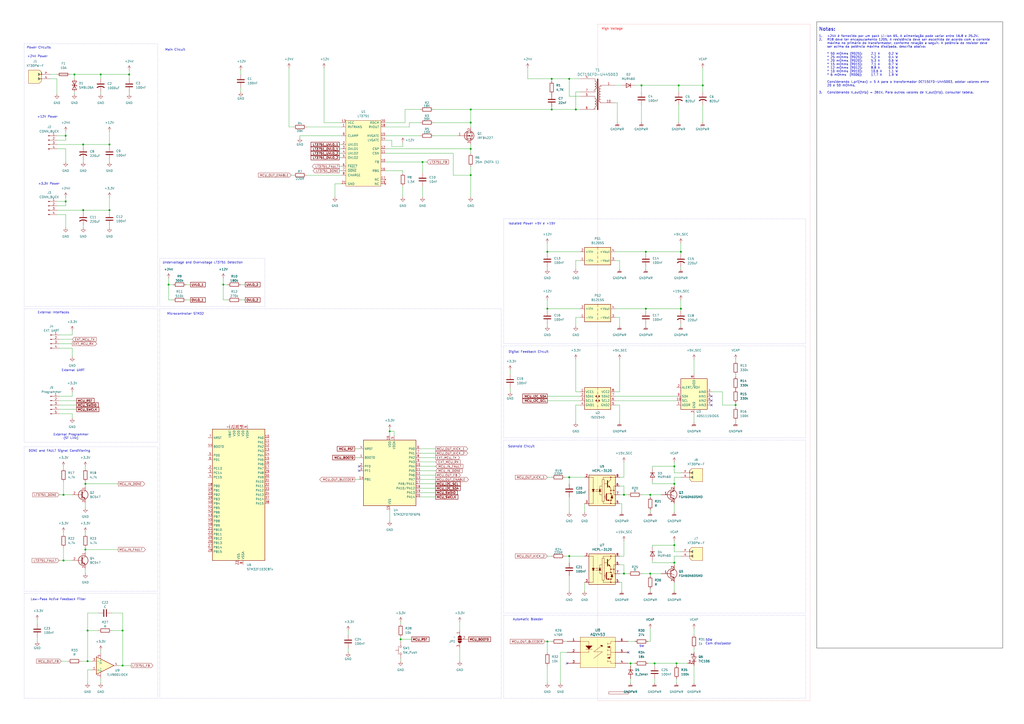
<source format=kicad_sch>
(kicad_sch (version 20250114) (generator "eeschema") (generator_version "9.0")
  (paper "A2")
  (title_block (title "Projeto do Conversor Flyback para o Kicker") (date "2025-08-10") (rev "0") (company "OxeBots") (comment 1 "Autor: Wildson Oliveira dos Santos"))
  (rectangle (start 13.97 179.07) (end 91.44 256.54) (stroke (width 0) (type dot)))
  (rectangle (start 346.71 13.97) (end 469.9 406.4) (stroke (width 0.2) (type dot) (color 255 0 0 1)))
  (rectangle (start 92.71 179.07) (end 290.83 405.13) (stroke (width 0) (type dot)))
  (rectangle (start 92.71 149.86) (end 153.67 177.8) (stroke (width 0) (type dot)))
  (rectangle (start 13.97 259.08) (end 91.44 342.9) (stroke (width 0) (type dot)))
  (rectangle (start 292.1 356.87) (end 467.36 405.13) (stroke (width 0) (type dot)))
  (rectangle (start 13.97 25.4) (end 91.44 177.8) (stroke (width 0) (type dot)))
  (rectangle (start 13.97 344.17) (end 91.44 405.13) (stroke (width 0) (type dot)))
  (rectangle (start 292.1 200.66) (end 467.36 254) (stroke (width 0) (type dot)))
  (rectangle (start 292.1 255.27) (end 467.36 355.6) (stroke (width 0) (type dot)))
  (rectangle (start 292.1 127) (end 467.36 199.39) (stroke (width 0) (type dot)))
  (rectangle (start 473.71 12.7) (end 581.66 375.92) (stroke (width 0) (color 0 0 0 0.13)))
  (text "5W" (at 370.84 374.904 0) (effects (font (size 1.27 1.27)) (justify left)))
  (text "External Programmer\n(ST Link)" (at 41.148 253.238 0) (effects (font (size 1.27 1.27))))
  (text "External Interfaces" (at 21.844 181.356 0) (effects (font (size 1.27 1.27)) (justify left)))
  (text "Power Circuits" (at 15.494 27.686 0) (effects (font (size 1.27 1.27)) (justify left)))
  (text "High Voltage\n" (at 355.092 16.764 0) (effects (font (size 1.27 1.27))))
  (text "Isolated Power +5V e +15V" (at 294.894 129.794 0) (effects (font (size 1.27 1.27)) (justify left)))
  (text "50W\nCom dissipador" (at 409.194 372.364 0) (effects (font (size 1.27 1.27)) (justify left)))
  (text "Notas:" (at 474.98 17.018 0) (effects (font (size 2 2) (thickness 0.254) (bold yes)) (justify left)))
  (text "Automatic Bleeder" (at 297.434 359.41 0) (effects (font (size 1.27 1.27)) (justify left)))
  (text "Digital Feedback Circuit" (at 294.894 204.216 0) (effects (font (size 1.27 1.27)) (justify left)))
  (text "+24V Power" (at 15.748 32.766 0) (effects (font (size 1.27 1.27)) (justify left)))
  (text "DONE and FAULT Signal Conditioning" (at 16.51 261.62 0) (effects (font (size 1.27 1.27)) (justify left)))
  (text "Main Circuit" (at 95.758 28.956 0) (effects (font (size 1.27 1.27)) (justify left)))
  (text "External UART" (at 42.418 214.884 0) (effects (font (size 1.27 1.27))))
  (text "Solenoid Circuit" (at 294.64 259.08 0) (effects (font (size 1.27 1.27)) (justify left)))
  (text "+12V Power\n" (at 21.59 67.818 0) (effects (font (size 1.27 1.27)) (justify left)))
  (text "+3.3V Power" (at 22.098 106.68 0) (effects (font (size 1.27 1.27)) (justify left)))
  (text "Microcontroller STM32\n" (at 96.774 182.118 0) (effects (font (size 1.27 1.27)) (justify left)))
  (text "1.	+24V é fornecido por um pack Li-Ion 6S. A alimentação pode variar entre 16.8 e 25.2V.\n2.	R18 deve ter encapsulamento 1205. A resistência deve ser escolhida de acordo com a corrente\n	máxima no primário do transformador, conforme relação a seguir. A potência do resistor deve\n	ser acima da potência máxima dissipada, descrita abaixo:\n\n	* 50 mOhms (R025):	2,1 A	0,2 W\n	* 25 mOhms (R025):	4,2 A	0,4 W\n	* 20 mOhms (R020):	5,3 A	0,6 W\n	* 15 mOhms (R015):	7,1 A	0,7 W\n	* 12 mOhms (R012):	8,8 A	0,9 W\n	* 10 mOhms (R010):	10,6 A	1,1 W\n	* 6 mOhms  (R006):	17,7 A	1,9 W\n\n	Considerando I_pri(max) = 5 A para o transformador DCT15EFD-U44S003, adotar valores entre \n	20 e 50 mOhms.\n\n3.	Considerando V_out(trip) = 261V. Para outros valores de V_out(trip), consultar tabela." (at 474.98 20.32 0) (effects (font (size 1.27 1.27) (thickness 0.1588)) (justify left top)))
  (text "Low-Pass Active Feedback Filter" (at 17.78 347.726 0) (effects (font (size 1.27 1.27)) (justify left)))
  (text "Undervoltage and Overvoltage LT3751 Detection" (at 94.234 152.4 0) (effects (font (size 1.27 1.27)) (justify left)))
  (junction (at 407.67 49.53))
  (junction (at 273.05 101.6))
  (junction (at 334.01 63.5))
  (junction (at 36.83 287.02))
  (junction (at 226.06 250.19))
  (junction (at 317.5 146.05))
  (junction (at 394.97 146.05))
  (junction (at 129.54 165.1))
  (junction (at 391.16 326.39))
  (junction (at 273.05 71.12))
  (junction (at 273.05 63.5))
  (junction (at 43.18 43.18))
  (junction (at 320.04 63.5))
  (junction (at 71.12 386.08))
  (junction (at 330.2 45.72))
  (junction (at 393.7 49.53))
  (junction (at 391.16 280.67))
  (junction (at 365.76 384.81))
  (junction (at 372.11 49.53))
  (junction (at 63.5 83.82))
  (junction (at 48.26 121.92))
  (junction (at 38.1 116.84))
  (junction (at 361.95 287.02))
  (junction (at 74.93 43.18))
  (junction (at 38.1 78.74))
  (junction (at 48.26 83.82))
  (junction (at 379.73 384.81))
  (junction (at 50.8 383.54))
  (junction (at 273.05 86.36))
  (junction (at 426.72 234.95))
  (junction (at 245.11 93.98))
  (junction (at 58.42 43.18))
  (junction (at 330.2 322.58))
  (junction (at 71.12 365.76))
  (junction (at 330.2 276.86))
  (junction (at 394.97 179.07))
  (junction (at 317.5 372.11))
  (junction (at 36.83 325.12))
  (junction (at 63.5 121.92))
  (junction (at 50.8 365.76))
  (junction (at 97.79 165.1))
  (junction (at 377.19 332.74))
  (junction (at 374.65 146.05))
  (junction (at 49.53 280.67))
  (junction (at 392.43 384.81))
  (junction (at 377.19 287.02))
  (junction (at 374.65 179.07))
  (junction (at 361.95 332.74))
  (junction (at 320.04 45.72))
  (junction (at 391.16 316.23))
  (junction (at 49.53 318.77))
  (junction (at 232.41 370.84))
  (junction (at 391.16 270.51))
  (junction (at 317.5 179.07))
  (no_connect (at 364.49 378.46))
  (no_connect (at 412.75 229.87))
  (no_connect (at 208.28 273.05))
  (no_connect (at 412.75 232.41))
  (no_connect (at 208.28 270.51))
  (no_connect (at 412.75 234.95))
  (no_connect (at 328.93 384.81))
  (wire (pts (xy 170.18 101.6) (xy 168.91 101.6)))
  (wire (pts (xy 330.2 276.86) (xy 330.2 280.67)))
  (wire (pts (xy 356.87 179.07) (xy 374.65 179.07)))
  (wire (pts (xy 48.26 92.71) (xy 48.26 93.98)))
  (wire (pts (xy 295.91 217.17) (xy 295.91 214.63)))
  (wire (pts (xy 245.11 107.95) (xy 245.11 114.3)))
  (wire (pts (xy 50.8 388.62) (xy 53.34 388.62)))
  (wire (pts (xy 129.54 173.99) (xy 129.54 165.1)))
  (wire (pts (xy 393.7 60.96) (xy 393.7 71.12)))
  (wire (pts (xy 364.49 384.81) (xy 365.76 384.81)))
  (wire (pts (xy 41.91 201.93) (xy 34.29 201.93)))
  (wire (pts (xy 243.84 275.59) (xy 252.73 275.59)))
  (wire (pts (xy 419.1 234.95) (xy 419.1 227.33)))
  (wire (pts (xy 233.68 99.06) (xy 233.68 100.33)))
  (wire (pts (xy 74.93 43.18) (xy 74.93 45.72)))
  (wire (pts (xy 46.99 383.54) (xy 50.8 383.54)))
  (wire (pts (xy 339.09 337.82) (xy 339.09 342.9)))
  (wire (pts (xy 426.72 217.17) (xy 426.72 218.44)))
  (wire (pts (xy 426.72 233.68) (xy 426.72 234.95)))
  (wire (pts (xy 196.85 96.52) (xy 198.12 96.52)))
  (wire (pts (xy 139.7 50.8) (xy 139.7 53.34)))
  (wire (pts (xy 402.59 208.28) (xy 402.59 217.17)))
  (wire (pts (xy 194.31 106.68) (xy 198.12 106.68)))
  (wire (pts (xy 377.19 287.02) (xy 383.54 287.02)))
  (wire (pts (xy 391.16 276.86) (xy 391.16 280.67)))
  (wire (pts (xy 391.16 292.1) (xy 391.16 297.18)))
  (wire (pts (xy 36.83 287.02) (xy 41.91 287.02)))
  (wire (pts (xy 251.46 63.5) (xy 273.05 63.5)))
  (wire (pts (xy 391.16 326.39) (xy 391.16 327.66)))
  (wire (pts (xy 223.52 86.36) (xy 273.05 86.36)))
  (wire (pts (xy 74.93 40.64) (xy 74.93 43.18)))
  (wire (pts (xy 63.5 83.82) (xy 48.26 83.82)))
  (wire (pts (xy 368.3 372.11) (xy 364.49 372.11)))
  (wire (pts (xy 97.79 165.1) (xy 100.33 165.1)))
  (wire (pts (xy 58.42 43.18) (xy 58.42 45.72)))
  (wire (pts (xy 223.52 71.12) (xy 234.95 71.12)))
  (wire (pts (xy 243.84 262.89) (xy 252.73 262.89)))
  (wire (pts (xy 273.05 86.36) (xy 273.05 88.9)))
  (wire (pts (xy 167.64 39.37) (xy 167.64 73.66)))
  (wire (pts (xy 196.85 99.06) (xy 198.12 99.06)))
  (wire (pts (xy 38.1 132.08) (xy 38.1 124.46)))
  (wire (pts (xy 36.83 309.88) (xy 36.83 308.61)))
  (wire (pts (xy 359.41 156.21) (xy 359.41 151.13)))
  (wire (pts (xy 49.53 330.2) (xy 49.53 332.74)))
  (wire (pts (xy 377.19 334.01) (xy 377.19 332.74)))
  (wire (pts (xy 360.68 292.1) (xy 360.68 297.18)))
  (wire (pts (xy 71.12 365.76) (xy 71.12 386.08)))
  (wire (pts (xy 361.95 276.86) (xy 359.41 276.86)))
  (wire (pts (xy 330.2 322.58) (xy 330.2 326.39)))
  (wire (pts (xy 368.3 49.53) (xy 372.11 49.53)))
  (wire (pts (xy 251.46 71.12) (xy 273.05 71.12)))
  (wire (pts (xy 378.46 326.39) (xy 391.16 326.39)))
  (wire (pts (xy 372.11 332.74) (xy 377.19 332.74)))
  (wire (pts (xy 317.5 147.32) (xy 317.5 146.05)))
  (wire (pts (xy 378.46 280.67) (xy 391.16 280.67)))
  (wire (pts (xy 320.04 45.72) (xy 320.04 46.99)))
  (wire (pts (xy 232.41 370.84) (xy 238.76 370.84)))
  (wire (pts (xy 374.65 187.96) (xy 374.65 189.23)))
  (wire (pts (xy 21.59 361.95) (xy 21.59 359.41)))
  (wire (pts (xy 320.04 45.72) (xy 330.2 45.72)))
  (wire (pts (xy 243.84 278.13) (xy 252.73 278.13)))
  (wire (pts (xy 394.97 140.97) (xy 394.97 146.05)))
  (wire (pts (xy 201.93 375.92) (xy 201.93 378.46)))
  (wire (pts (xy 391.16 267.97) (xy 391.16 270.51)))
  (wire (pts (xy 177.8 73.66) (xy 198.12 73.66)))
  (wire (pts (xy 317.5 229.87) (xy 336.55 229.87)))
  (wire (pts (xy 334.01 63.5) (xy 336.55 63.5)))
  (wire (pts (xy 377.19 295.91) (xy 377.19 297.18)))
  (wire (pts (xy 34.29 287.02) (xy 36.83 287.02)))
  (wire (pts (xy 334.01 151.13) (xy 334.01 156.21)))
  (wire (pts (xy 361.95 322.58) (xy 359.41 322.58)))
  (wire (pts (xy 49.53 292.1) (xy 49.53 294.64)))
  (wire (pts (xy 356.87 146.05) (xy 374.65 146.05)))
  (wire (pts (xy 243.84 265.43) (xy 252.73 265.43)))
  (wire (pts (xy 129.54 165.1) (xy 132.08 165.1)))
  (wire (pts (xy 226.06 248.92) (xy 226.06 250.19)))
  (wire (pts (xy 36.83 279.4) (xy 36.83 287.02)))
  (wire (pts (xy 48.26 130.81) (xy 48.26 132.08)))
  (wire (pts (xy 223.52 93.98) (xy 245.11 93.98)))
  (wire (pts (xy 361.95 332.74) (xy 361.95 327.66)))
  (wire (pts (xy 33.02 116.84) (xy 38.1 116.84)))
  (wire (pts (xy 334.01 234.95) (xy 334.01 245.11)))
  (wire (pts (xy 392.43 393.7) (xy 392.43 396.24)))
  (wire (pts (xy 375.92 384.81) (xy 379.73 384.81)))
  (wire (pts (xy 407.67 49.53) (xy 407.67 53.34)))
  (wire (pts (xy 63.5 114.3) (xy 63.5 121.92)))
  (wire (pts (xy 356.87 49.53) (xy 360.68 49.53)))
  (wire (pts (xy 40.64 43.18) (xy 43.18 43.18)))
  (wire (pts (xy 227.33 81.28) (xy 223.52 81.28)))
  (wire (pts (xy 36.83 325.12) (xy 41.91 325.12)))
  (wire (pts (xy 359.41 281.94) (xy 361.95 281.94)))
  (wire (pts (xy 21.59 369.57) (xy 21.59 372.11)))
  (wire (pts (xy 317.5 276.86) (xy 320.04 276.86)))
  (wire (pts (xy 50.8 396.24) (xy 50.8 388.62)))
  (wire (pts (xy 49.53 317.5) (xy 49.53 318.77)))
  (wire (pts (xy 379.73 384.81) (xy 392.43 384.81)))
  (wire (pts (xy 356.87 232.41) (xy 392.43 232.41)))
  (wire (pts (xy 57.15 365.76) (xy 50.8 365.76)))
  (wire (pts (xy 407.67 39.37) (xy 407.67 49.53)))
  (wire (pts (xy 377.19 332.74) (xy 383.54 332.74)))
  (wire (pts (xy 402.59 240.03) (xy 402.59 245.11)))
  (wire (pts (xy 330.2 322.58) (xy 339.09 322.58)))
  (wire (pts (xy 334.01 208.28) (xy 334.01 227.33)))
  (wire (pts (xy 100.33 173.99) (xy 97.79 173.99)))
  (wire (pts (xy 392.43 384.81) (xy 398.78 384.81)))
  (wire (pts (xy 234.95 71.12) (xy 234.95 63.5)))
  (wire (pts (xy 187.96 71.12) (xy 187.96 39.37)))
  (wire (pts (xy 196.85 88.9) (xy 198.12 88.9)))
  (wire (pts (xy 243.84 260.35) (xy 252.73 260.35)))
  (wire (pts (xy 325.12 378.46) (xy 325.12 396.24)))
  (wire (pts (xy 33.02 83.82) (xy 48.26 83.82)))
  (wire (pts (xy 48.26 83.82) (xy 48.26 85.09)))
  (wire (pts (xy 317.5 180.34) (xy 317.5 179.07)))
  (wire (pts (xy 336.55 234.95) (xy 334.01 234.95)))
  (wire (pts (xy 359.41 227.33) (xy 359.41 208.28)))
  (wire (pts (xy 262.89 88.9) (xy 262.89 101.6)))
  (wire (pts (xy 365.76 384.81) (xy 368.3 384.81)))
  (wire (pts (xy 38.1 124.46) (xy 33.02 124.46)))
  (wire (pts (xy 41.91 194.31) (xy 34.29 194.31)))
  (wire (pts (xy 359.41 332.74) (xy 361.95 332.74)))
  (wire (pts (xy 330.2 288.29) (xy 330.2 297.18)))
  (wire (pts (xy 173.99 78.74) (xy 173.99 80.01)))
  (wire (pts (xy 306.07 39.37) (xy 306.07 45.72)))
  (wire (pts (xy 227.33 85.09) (xy 227.33 81.28)))
  (wire (pts (xy 392.43 384.81) (xy 392.43 386.08)))
  (wire (pts (xy 237.49 71.12) (xy 243.84 71.12)))
  (wire (pts (xy 226.06 295.91) (xy 226.06 302.26)))
  (wire (pts (xy 129.54 161.29) (xy 129.54 165.1)))
  (wire (pts (xy 227.33 85.09) (xy 233.68 85.09)))
  (wire (pts (xy 378.46 270.51) (xy 391.16 270.51)))
  (wire (pts (xy 34.29 199.39) (xy 41.91 199.39)))
  (wire (pts (xy 49.53 318.77) (xy 68.58 318.77)))
  (wire (pts (xy 38.1 119.38) (xy 33.02 119.38)))
  (wire (pts (xy 58.42 53.34) (xy 58.42 54.61)))
  (wire (pts (xy 391.16 322.58) (xy 391.16 326.39)))
  (wire (pts (xy 374.65 146.05) (xy 374.65 147.32)))
  (wire (pts (xy 419.1 234.95) (xy 426.72 234.95)))
  (wire (pts (xy 41.91 207.01) (xy 41.91 201.93)))
  (wire (pts (xy 336.55 184.15) (xy 334.01 184.15)))
  (wire (pts (xy 243.84 270.51) (xy 252.73 270.51)))
  (wire (pts (xy 107.95 173.99) (xy 110.49 173.99)))
  (wire (pts (xy 57.15 355.6) (xy 50.8 355.6)))
  (wire (pts (xy 233.68 107.95) (xy 233.68 114.3)))
  (wire (pts (xy 251.46 78.74) (xy 265.43 78.74)))
  (wire (pts (xy 237.49 73.66) (xy 237.49 71.12)))
  (wire (pts (xy 394.97 180.34) (xy 394.97 179.07)))
  (wire (pts (xy 38.1 116.84) (xy 38.1 119.38)))
  (wire (pts (xy 196.85 86.36) (xy 198.12 86.36)))
  (wire (pts (xy 361.95 313.69) (xy 361.95 322.58)))
  (wire (pts (xy 372.11 49.53) (xy 372.11 53.34)))
  (wire (pts (xy 317.5 146.05) (xy 336.55 146.05)))
  (wire (pts (xy 359.41 327.66) (xy 361.95 327.66)))
  (wire (pts (xy 426.72 234.95) (xy 426.72 236.22)))
  (wire (pts (xy 407.67 49.53) (xy 393.7 49.53)))
  (wire (pts (xy 201.93 368.3) (xy 201.93 365.76)))
  (wire (pts (xy 132.08 173.99) (xy 129.54 173.99)))
  (wire (pts (xy 139.7 43.18) (xy 139.7 40.64)))
  (wire (pts (xy 38.1 76.2) (xy 38.1 78.74)))
  (wire (pts (xy 58.42 377.19) (xy 58.42 378.46)))
  (wire (pts (xy 97.79 173.99) (xy 97.79 165.1)))
  (wire (pts (xy 334.01 184.15) (xy 334.01 189.23)))
  (wire (pts (xy 320.04 63.5) (xy 334.01 63.5)))
  (wire (pts (xy 394.97 322.58) (xy 391.16 322.58)))
  (wire (pts (xy 377.19 341.63) (xy 377.19 342.9)))
  (wire (pts (xy 36.83 317.5) (xy 36.83 325.12)))
  (wire (pts (xy 245.11 93.98) (xy 247.65 93.98)))
  (wire (pts (xy 358.14 59.69) (xy 356.87 59.69)))
  (wire (pts (xy 317.5 140.97) (xy 317.5 146.05)))
  (wire (pts (xy 63.5 83.82) (xy 63.5 85.09)))
  (wire (pts (xy 71.12 386.08) (xy 76.2 386.08)))
  (wire (pts (xy 374.65 154.94) (xy 374.65 156.21)))
  (polyline (pts (xy 358.14 265.43) (xy 358.14 265.43)) (stroke (width 0) (type dot)))
  (wire (pts (xy 38.1 78.74) (xy 38.1 81.28)))
  (wire (pts (xy 271.78 370.84) (xy 270.51 370.84)))
  (wire (pts (xy 336.55 53.34) (xy 334.01 53.34)))
  (wire (pts (xy 38.1 114.3) (xy 38.1 116.84)))
  (wire (pts (xy 36.83 271.78) (xy 36.83 270.51)))
  (wire (pts (xy 378.46 279.4) (xy 378.46 280.67)))
  (wire (pts (xy 198.12 71.12) (xy 187.96 71.12)))
  (wire (pts (xy 58.42 43.18) (xy 74.93 43.18)))
  (wire (pts (xy 243.84 288.29) (xy 252.73 288.29)))
  (wire (pts (xy 139.7 173.99) (xy 142.24 173.99)))
  (wire (pts (xy 419.1 227.33) (xy 412.75 227.33)))
  (wire (pts (xy 228.6 252.73) (xy 228.6 250.19)))
  (wire (pts (xy 391.16 280.67) (xy 391.16 281.94)))
  (wire (pts (xy 35.56 383.54) (xy 39.37 383.54)))
  (wire (pts (xy 49.53 271.78) (xy 49.53 270.51)))
  (wire (pts (xy 34.29 325.12) (xy 36.83 325.12)))
  (wire (pts (xy 320.04 62.23) (xy 320.04 63.5)))
  (wire (pts (xy 50.8 365.76) (xy 50.8 383.54)))
  (wire (pts (xy 34.29 196.85) (xy 41.91 196.85)))
  (wire (pts (xy 391.16 320.04) (xy 394.97 320.04)))
  (wire (pts (xy 38.1 86.36) (xy 33.02 86.36)))
  (wire (pts (xy 317.5 179.07) (xy 336.55 179.07)))
  (wire (pts (xy 196.85 83.82) (xy 198.12 83.82)))
  (wire (pts (xy 205.74 260.35) (xy 208.28 260.35)))
  (wire (pts (xy 63.5 121.92) (xy 48.26 121.92)))
  (wire (pts (xy 49.53 318.77) (xy 49.53 320.04)))
  (wire (pts (xy 49.53 280.67) (xy 49.53 281.94)))
  (wire (pts (xy 426.72 243.84) (xy 426.72 245.11)))
  (wire (pts (xy 391.16 337.82) (xy 391.16 342.9)))
  (wire (pts (xy 243.84 285.75) (xy 252.73 285.75)))
  (wire (pts (xy 361.95 267.97) (xy 361.95 276.86)))
  (wire (pts (xy 359.41 292.1) (xy 360.68 292.1)))
  (wire (pts (xy 41.91 227.33) (xy 41.91 229.87)))
  (wire (pts (xy 359.41 234.95) (xy 356.87 234.95)))
  (wire (pts (xy 359.41 184.15) (xy 356.87 184.15)))
  (wire (pts (xy 243.84 283.21) (xy 252.73 283.21)))
  (wire (pts (xy 359.41 287.02) (xy 361.95 287.02)))
  (wire (pts (xy 336.55 151.13) (xy 334.01 151.13)))
  (wire (pts (xy 58.42 396.24) (xy 58.42 393.7)))
  (wire (pts (xy 41.91 240.03) (xy 34.29 240.03)))
  (wire (pts (xy 194.31 114.3) (xy 194.31 106.68)))
  (wire (pts (xy 243.84 273.05) (xy 252.73 273.05)))
  (wire (pts (xy 377.19 372.11) (xy 375.92 372.11)))
  (wire (pts (xy 374.65 179.07) (xy 374.65 180.34)))
  (wire (pts (xy 64.77 355.6) (xy 71.12 355.6)))
  (wire (pts (xy 317.5 322.58) (xy 320.04 322.58)))
  (wire (pts (xy 317.5 378.46) (xy 317.5 372.11)))
  (wire (pts (xy 232.41 360.68) (xy 232.41 361.95)))
  (wire (pts (xy 74.93 53.34) (xy 74.93 54.61)))
  (wire (pts (xy 273.05 71.12) (xy 273.05 73.66)))
  (wire (pts (xy 372.11 287.02) (xy 377.19 287.02)))
  (wire (pts (xy 402.59 375.92) (xy 402.59 378.46)))
  (wire (pts (xy 394.97 147.32) (xy 394.97 146.05)))
  (wire (pts (xy 243.84 267.97) (xy 252.73 267.97)))
  (wire (pts (xy 317.5 232.41) (xy 336.55 232.41)))
  (wire (pts (xy 196.85 91.44) (xy 198.12 91.44)))
  (wire (pts (xy 330.2 276.86) (xy 339.09 276.86)))
  (wire (pts (xy 394.97 179.07) (xy 374.65 179.07)))
  (wire (pts (xy 328.93 378.46) (xy 325.12 378.46)))
  (wire (pts (xy 394.97 146.05) (xy 374.65 146.05)))
  (wire (pts (xy 328.93 372.11) (xy 327.66 372.11)))
  (wire (pts (xy 330.2 55.88) (xy 330.2 45.72)))
  (wire (pts (xy 378.46 316.23) (xy 391.16 316.23)))
  (wire (pts (xy 43.18 43.18) (xy 43.18 45.72)))
  (wire (pts (xy 34.29 234.95) (xy 44.45 234.95)))
  (wire (pts (xy 170.18 73.66) (xy 167.64 73.66)))
  (wire (pts (xy 232.41 370.84) (xy 232.41 372.11)))
  (wire (pts (xy 232.41 383.54) (xy 232.41 382.27)))
  (wire (pts (xy 71.12 355.6) (xy 71.12 365.76)))
  (wire (pts (xy 391.16 274.32) (xy 394.97 274.32)))
  (wire (pts (xy 359.41 245.11) (xy 359.41 234.95)))
  (wire (pts (xy 63.5 76.2) (xy 63.5 83.82)))
  (wire (pts (xy 273.05 63.5) (xy 273.05 71.12)))
  (wire (pts (xy 223.52 73.66) (xy 237.49 73.66)))
  (wire (pts (xy 262.89 101.6) (xy 273.05 101.6)))
  (wire (pts (xy 306.07 45.72) (xy 320.04 45.72)))
  (wire (pts (xy 50.8 355.6) (xy 50.8 365.76)))
  (wire (pts (xy 317.5 372.11) (xy 320.04 372.11)))
  (wire (pts (xy 327.66 322.58) (xy 330.2 322.58)))
  (wire (pts (xy 43.18 53.34) (xy 43.18 54.61)))
  (wire (pts (xy 394.97 189.23) (xy 394.97 187.96)))
  (wire (pts (xy 33.02 121.92) (xy 48.26 121.92)))
  (wire (pts (xy 361.95 287.02) (xy 364.49 287.02)))
  (wire (pts (xy 379.73 384.81) (xy 379.73 386.08)))
  (wire (pts (xy 356.87 227.33) (xy 359.41 227.33)))
  (wire (pts (xy 223.52 88.9) (xy 262.89 88.9)))
  (wire (pts (xy 43.18 43.18) (xy 58.42 43.18)))
  (wire (pts (xy 34.29 229.87) (xy 41.91 229.87)))
  (wire (pts (xy 336.55 45.72) (xy 330.2 45.72)))
  (wire (pts (xy 394.97 173.99) (xy 394.97 179.07)))
  (wire (pts (xy 63.5 121.92) (xy 63.5 123.19)))
  (wire (pts (xy 317.5 386.08) (xy 317.5 396.24)))
  (wire (pts (xy 393.7 49.53) (xy 393.7 53.34)))
  (wire (pts (xy 402.59 386.08) (xy 402.59 396.24)))
  (wire (pts (xy 41.91 191.77) (xy 41.91 194.31)))
  (wire (pts (xy 232.41 369.57) (xy 232.41 370.84)))
  (wire (pts (xy 402.59 368.3) (xy 402.59 364.49)))
  (wire (pts (xy 173.99 78.74) (xy 198.12 78.74)))
  (wire (pts (xy 68.58 386.08) (xy 71.12 386.08)))
  (wire (pts (xy 394.97 276.86) (xy 391.16 276.86)))
  (wire (pts (xy 365.76 384.81) (xy 365.76 386.08)))
  (wire (pts (xy 377.19 288.29) (xy 377.19 287.02)))
  (wire (pts (xy 391.16 313.69) (xy 391.16 316.23)))
  (wire (pts (xy 97.79 161.29) (xy 97.79 165.1)))
  (wire (pts (xy 317.5 173.99) (xy 317.5 179.07)))
  (wire (pts (xy 426.72 208.28) (xy 426.72 209.55)))
  (wire (pts (xy 34.29 237.49) (xy 44.45 237.49)))
  (wire (pts (xy 245.11 93.98) (xy 245.11 100.33)))
  (wire (pts (xy 358.14 59.69) (xy 358.14 71.12)))
  (wire (pts (xy 317.5 187.96) (xy 317.5 189.23)))
  (wire (pts (xy 29.21 43.18) (xy 33.02 43.18)))
  (wire (pts (xy 379.73 393.7) (xy 379.73 396.24)))
  (wire (pts (xy 336.55 55.88) (xy 330.2 55.88)))
  (wire (pts (xy 38.1 93.98) (xy 38.1 86.36)))
  (wire (pts (xy 64.77 365.76) (xy 71.12 365.76)))
  (wire (pts (xy 266.7 360.68) (xy 266.7 365.76)))
  (wire (pts (xy 330.2 334.01) (xy 330.2 342.9)))
  (wire (pts (xy 48.26 121.92) (xy 48.26 123.19)))
  (wire (pts (xy 317.5 154.94) (xy 317.5 156.21)))
  (wire (pts (xy 273.05 96.52) (xy 273.05 101.6)))
  (wire (pts (xy 360.68 337.82) (xy 360.68 342.9)))
  (wire (pts (xy 63.5 130.81) (xy 63.5 132.08)))
  (wire (pts (xy 334.01 227.33) (xy 336.55 227.33)))
  (wire (pts (xy 394.97 156.21) (xy 394.97 154.94)))
  (wire (pts (xy 316.23 372.11) (xy 317.5 372.11)))
  (wire (pts (xy 295.91 224.79) (xy 295.91 227.33)))
  (wire (pts (xy 359.41 189.23) (xy 359.41 184.15)))
  (wire (pts (xy 205.74 265.43) (xy 208.28 265.43)))
  (wire (pts (xy 378.46 316.23) (xy 378.46 317.5)))
  (wire (pts (xy 361.95 332.74) (xy 364.49 332.74)))
  (wire (pts (xy 50.8 383.54) (xy 53.34 383.54)))
  (wire (pts (xy 223.52 99.06) (xy 233.68 99.06)))
  (wire (pts (xy 107.95 165.1) (xy 110.49 165.1)))
  (wire (pts (xy 49.53 279.4) (xy 49.53 280.67)))
  (wire (pts (xy 365.76 393.7) (xy 365.76 396.24)))
  (wire (pts (xy 391.16 274.32) (xy 391.16 270.51)))
  (wire (pts (xy 377.19 364.49) (xy 377.19 372.11)))
  (wire (pts (xy 243.84 280.67) (xy 252.73 280.67)))
  (wire (pts (xy 33.02 45.72) (xy 29.21 45.72)))
  (wire (pts (xy 33.02 45.72) (xy 33.02 54.61)))
  (wire (pts (xy 63.5 92.71) (xy 63.5 93.98)))
  (wire (pts (xy 41.91 242.57) (xy 41.91 240.03)))
  (wire (pts (xy 372.11 60.96) (xy 372.11 71.12)))
  (wire (pts (xy 49.53 280.67) (xy 68.58 280.67)))
  (wire (pts (xy 38.1 81.28) (xy 33.02 81.28)))
  (wire (pts (xy 334.01 53.34) (xy 334.01 63.5)))
  (wire (pts (xy 372.11 49.53) (xy 393.7 49.53)))
  (wire (pts (xy 177.8 101.6) (xy 198.12 101.6)))
  (wire (pts (xy 273.05 83.82) (xy 273.05 86.36)))
  (wire (pts (xy 273.05 114.3) (xy 273.05 101.6)))
  (wire (pts (xy 226.06 250.19) (xy 226.06 252.73)))
  (wire (pts (xy 34.29 232.41) (xy 44.45 232.41)))
  (wire (pts (xy 49.53 309.88) (xy 49.53 308.61)))
  (wire (pts (xy 378.46 325.12) (xy 378.46 326.39)))
  (wire (pts (xy 233.68 85.09) (xy 233.68 82.55)))
  (wire (pts (xy 223.52 78.74) (xy 243.84 78.74)))
  (wire (pts (xy 359.41 151.13) (xy 356.87 151.13)))
  (wire (pts (xy 359.41 337.82) (xy 360.68 337.82)))
  (wire (pts (xy 139.7 165.1) (xy 142.24 165.1)))
  (wire (pts (xy 266.7 383.54) (xy 266.7 375.92)))
  (wire (pts (xy 378.46 270.51) (xy 378.46 271.78)))
  (wire (pts (xy 407.67 60.96) (xy 407.67 71.12)))
  (wire (pts (xy 361.95 287.02) (xy 361.95 281.94)))
  (wire (pts (xy 228.6 250.19) (xy 226.06 250.19)))
  (wire (pts (xy 327.66 276.86) (xy 330.2 276.86)))
  (wire (pts (xy 391.16 320.04) (xy 391.16 316.23)))
  (wire (pts (xy 356.87 229.87) (xy 392.43 229.87)))
  (wire (pts (xy 33.02 78.74) (xy 38.1 78.74)))
  (wire (pts (xy 339.09 292.1) (xy 339.09 297.18)))
  (wire (pts (xy 234.95 63.5) (xy 243.84 63.5)))
  (wire (pts (xy 205.74 278.13) (xy 208.28 278.13)))
  (wire (pts (xy 273.05 63.5) (xy 320.04 63.5)))
  (global_label "MCU_SWCLK" (shape passive) (at 252.73 288.29 0) (effects (font (thickness 0.254) (bold yes))) (property "Intersheetrefs" "${INTERSHEET_REFS}" (effects (hide yes))))
  (global_label "MCU_SWDIO" (shape passive) (at 44.45 234.95 0) (effects (font (thickness 0.254) (bold yes))) (property "Intersheetrefs" "${INTERSHEET_REFS}" (effects (hide yes))))
  (global_label "MCU_I2C_SCL" (shape passive) (at 317.5 232.41 180) (effects (font (thickness 0.254) (bold yes))) (property "Intersheetrefs" "${INTERSHEET_REFS}" (effects (hide yes))))
  (global_label "MCU_RST" (shape passive) (at 238.76 370.84 0) (effects (font (thickness 0.254) (bold yes))) (property "Intersheetrefs" "${INTERSHEET_REFS}" (effects (hide yes))))
  (global_label "LT3751_FB" (shape output) (at 76.2 386.08 0) (property "Intersheetrefs" "${INTERSHEET_REFS}" (effects (hide yes))))
  (global_label "LT3751_DONE" (shape output) (at 196.85 99.06 180) (property "Intersheetrefs" "${INTERSHEET_REFS}" (effects (hide yes))))
  (global_label "LT3751_FAULT" (shape output) (at 196.85 96.52 180) (property "Intersheetrefs" "${INTERSHEET_REFS}" (effects (hide yes))))
  (global_label "MCU_OUT_BLEEDER" (shape input) (at 316.23 372.11 180) (property "Intersheetrefs" "${INTERSHEET_REFS}" (effects (hide yes))))
  (global_label "EXT_MCU_TX" (shape input) (at 41.91 196.85 0) (property "Intersheetrefs" "${INTERSHEET_REFS}" (effects (hide yes))))
  (global_label "LT3751_OVLO_2" (shape passive) (at 196.85 91.44 180) (effects (font (thickness 0.254) (bold yes))) (property "Intersheetrefs" "${INTERSHEET_REFS}" (effects (hide yes))))
  (global_label "MCU_SWDIO" (shape passive) (at 252.73 285.75 0) (effects (font (thickness 0.254) (bold yes))) (property "Intersheetrefs" "${INTERSHEET_REFS}" (effects (hide yes))))
  (global_label "MCU_RST" (shape passive) (at 205.74 260.35 180) (effects (font (thickness 0.254) (bold yes))) (property "Intersheetrefs" "${INTERSHEET_REFS}" (effects (hide yes))))
  (global_label "MCU_OUT_ENABLE" (shape input) (at 168.91 101.6 180) (property "Intersheetrefs" "${INTERSHEET_REFS}" (effects (hide yes))))
  (global_label "MCU_OUT_ENABLE" (shape output) (at 252.73 278.13 0) (property "Intersheetrefs" "${INTERSHEET_REFS}" (effects (hide yes))))
  (global_label "MCU_IN_DONE" (shape input) (at 252.73 273.05 0) (property "Intersheetrefs" "${INTERSHEET_REFS}" (effects (hide yes))))
  (global_label "LT3751_FAULT" (shape input) (at 34.29 325.12 180) (property "Intersheetrefs" "${INTERSHEET_REFS}" (effects (hide yes))))
  (global_label "LT3751_UVLO_2" (shape passive) (at 196.85 88.9 180) (effects (font (thickness 0.254) (bold yes))) (property "Intersheetrefs" "${INTERSHEET_REFS}" (effects (hide yes))))
  (global_label "LT3751_OVLO_1" (shape passive) (at 196.85 86.36 180) (effects (font (thickness 0.254) (bold yes))) (property "Intersheetrefs" "${INTERSHEET_REFS}" (effects (hide yes))))
  (global_label "EXT_MCU_RX" (shape output) (at 41.91 199.39 0) (property "Intersheetrefs" "${INTERSHEET_REFS}" (effects (hide yes))))
  (global_label "OVLO_1" (shape passive) (at 110.49 173.99 0) (effects (font (thickness 0.254) (bold yes))) (property "Intersheetrefs" "${INTERSHEET_REFS}" (effects (hide yes))))
  (global_label "MCU_RST" (shape passive) (at 44.45 232.41 0) (effects (font (thickness 0.254) (bold yes))) (property "Intersheetrefs" "${INTERSHEET_REFS}" (effects (hide yes))))
  (global_label "MCU_OUT_BLEEDER" (shape output) (at 205.74 278.13 180) (property "Intersheetrefs" "${INTERSHEET_REFS}" (effects (hide yes))))
  (global_label "LT3751_DONE" (shape input) (at 34.29 287.02 180) (property "Intersheetrefs" "${INTERSHEET_REFS}" (effects (hide yes))))
  (global_label "MCU_OUT_FB" (shape output) (at 252.73 275.59 0) (property "Intersheetrefs" "${INTERSHEET_REFS}" (effects (hide yes))))
  (global_label "LT3751_FB" (shape input) (at 247.65 93.98 0) (property "Intersheetrefs" "${INTERSHEET_REFS}" (effects (hide yes))))
  (global_label "UVLO_1" (shape passive) (at 110.49 165.1 0) (effects (font (thickness 0.254) (bold yes))) (property "Intersheetrefs" "${INTERSHEET_REFS}" (effects (hide yes))))
  (global_label "MCU_IN_FAULT" (shape input) (at 252.73 270.51 0) (property "Intersheetrefs" "${INTERSHEET_REFS}" (effects (hide yes))))
  (global_label "LT3751_UVLO_1" (shape passive) (at 196.85 83.82 180) (effects (font (thickness 0.254) (bold yes))) (property "Intersheetrefs" "${INTERSHEET_REFS}" (effects (hide yes))))
  (global_label "EXT_MCU_TX" (shape output) (at 252.73 265.43 0) (property "Intersheetrefs" "${INTERSHEET_REFS}" (effects (hide yes))))
  (global_label "MCU_IN_FAULT" (shape output) (at 68.58 318.77 0) (property "Intersheetrefs" "${INTERSHEET_REFS}" (effects (hide yes))))
  (global_label "UVLO_2" (shape passive) (at 142.24 165.1 0) (effects (font (thickness 0.254) (bold yes))) (property "Intersheetrefs" "${INTERSHEET_REFS}" (effects (hide yes))))
  (global_label "OVLO_2" (shape passive) (at 142.24 173.99 0) (effects (font (thickness 0.254) (bold yes))) (property "Intersheetrefs" "${INTERSHEET_REFS}" (effects (hide yes))))
  (global_label "MCU_OUT_KICK_2" (shape input) (at 317.5 322.58 180) (property "Intersheetrefs" "${INTERSHEET_REFS}" (effects (hide yes))))
  (global_label "MCU_OUT_KICK_1" (shape input) (at 317.5 276.86 180) (property "Intersheetrefs" "${INTERSHEET_REFS}" (effects (hide yes))))
  (global_label "MCU_OUT_KICK_1" (shape output) (at 252.73 260.35 0) (property "Intersheetrefs" "${INTERSHEET_REFS}" (effects (hide yes))))
  (global_label "MCU_IN_DONE" (shape output) (at 68.58 280.67 0) (property "Intersheetrefs" "${INTERSHEET_REFS}" (effects (hide yes))))
  (global_label "MCU_I2C_SCL" (shape passive) (at 252.73 280.67 0) (effects (font (thickness 0.254) (bold yes))) (property "Intersheetrefs" "${INTERSHEET_REFS}" (effects (hide yes))))
  (global_label "MCU_SWCLK" (shape passive) (at 44.45 237.49 0) (effects (font (thickness 0.254) (bold yes))) (property "Intersheetrefs" "${INTERSHEET_REFS}" (effects (hide yes))))
  (global_label "MCU_BOOT0" (shape passive) (at 205.74 265.43 180) (effects (font (thickness 0.254) (bold yes))) (property "Intersheetrefs" "${INTERSHEET_REFS}" (effects (hide yes))))
  (global_label "MCU_OUT_FB" (shape input) (at 35.56 383.54 180) (property "Intersheetrefs" "${INTERSHEET_REFS}" (effects (hide yes))))
  (global_label "MCU_OUT_KICK_2" (shape output) (at 252.73 262.89 0) (property "Intersheetrefs" "${INTERSHEET_REFS}" (effects (hide yes))))
  (global_label "MCU_BOOT0" (shape passive) (at 271.78 370.84 0) (effects (font (thickness 0.254) (bold yes))) (property "Intersheetrefs" "${INTERSHEET_REFS}" (effects (hide yes))))
  (global_label "MCU_I2C_SDA" (shape passive) (at 252.73 283.21 0) (effects (font (thickness 0.254) (bold yes))) (property "Intersheetrefs" "${INTERSHEET_REFS}" (effects (hide yes))))
  (global_label "EXT_MCU_RX" (shape input) (at 252.73 267.97 0) (property "Intersheetrefs" "${INTERSHEET_REFS}" (effects (hide yes))))
  (global_label "MCU_I2C_SDA" (shape passive) (at 317.5 229.87 180) (effects (font (thickness 0.254) (bold yes))) (property "Intersheetrefs" "${INTERSHEET_REFS}" (effects (hide yes))))
  (symbol (lib_id "power:VCC") (at 391.16 267.97 0) (unit 1)
    (property "Reference" "#PWR064" (effects (hide yes)))
    (property "Value" "VCAP" (at 391.16 262.89 0))
    (property "Description" "Power symbol creates a global label with name \"VCC\"" (effects (hide yes)))
  )
  (symbol (lib_id "power:GNDPWR") (at 402.59 245.11 0) (unit 1)
    (property "Reference" "#PWR060" (effects (hide yes)))
    (property "Value" "GNDPWR" (at 402.59 250.19 0))
    (property "Description" "Power symbol creates a global label with name \"GNDPWR\" , global ground" (effects (hide yes)))
  )
  (symbol (lib_id "power:GNDPWR") (at 359.41 189.23 0) (unit 1)
    (property "Reference" "#PWR045" (effects (hide yes)))
    (property "Value" "GNDPWR" (at 359.41 194.31 0))
    (property "Description" "Power symbol creates a global label with name \"GNDPWR\" , global ground" (effects (hide yes)))
  )
  (symbol (lib_id "power:+15V") (at 41.91 191.77 0) (unit 1)
    (property "Reference" "#PWR048" (effects (hide yes)))
    (property "Value" "+3.3V" (at 41.91 186.69 0))
    (property "Description" "Power symbol creates a global label with name \"+15V\"" (effects (hide yes)))
  )
  (symbol (lib_id "Device:C") (at 372.11 57.15 0) (unit 1)
    (property "Reference" "C4" (at 375.92 55.8799 0) (effects (justify left)))
    (property "Value" "100nF" (at 375.92 58.4199 0) (effects (justify left)))
    (property "Footprint" "Capacitor_THT:C_Rect_L19.0mm_W6.0mm_P15.00mm_MKS4" (effects (hide yes)))
    (property "Description" "Unpolarized capacitor" (effects (hide yes)))
  )
  (symbol (lib_id "power:GND") (at 50.8 396.24 0) (unit 1)
    (property "Reference" "#PWR095" (effects (hide yes)))
    (property "Value" "GND" (at 50.8 401.32 0))
    (property "Description" "Power symbol creates a global label with name \"GND\" , ground" (effects (hide yes)))
  )
  (symbol (lib_id "Device:R") (at 402.59 372.11 0) (unit 1)
    (property "Reference" "R31" (at 405.13 370.8399 0) (effects (justify left)))
    (property "Value" "1k" (at 405.13 373.3799 0) (effects (justify left)))
    (property "Description" "Resistor" (effects (hide yes)))
  )
  (symbol (lib_id "power:GND") (at 74.93 54.61 0) (unit 1)
    (property "Reference" "#PWR011" (effects (hide yes)))
    (property "Value" "GND" (at 74.93 59.69 0))
    (property "Description" "Power symbol creates a global label with name \"GND\" , ground" (effects (hide yes)))
  )
  (symbol (lib_id "Switch:SW_Push") (at 232.41 377.19 90) (unit 1)
    (property "Reference" "SW1" (at 233.68 375.9199 90) (effects (justify right)))
    (property "Value" "SW_Push" (at 233.68 378.4599 90) (effects (justify right)))
    (property "Description" "Push button switch, generic, two pins" (effects (hide yes)))
  )
  (symbol (lib_id "power:GNDPWR") (at 365.76 396.24 0) (unit 1)
    (property "Reference" "#PWR099" (effects (hide yes)))
    (property "Value" "GNDPWR" (at 365.76 401.32 0))
    (property "Description" "Power symbol creates a global label with name \"GNDPWR\" , global ground" (effects (hide yes)))
  )
  (symbol (lib_id "Device:D_TVS") (at 43.18 49.53 90) (unit 1)
    (property "Reference" "D1" (at 45.72 48.2599 90) (effects (justify right)))
    (property "Value" "SMBJ26A" (at 45.72 50.7999 90) (effects (justify right)))
    (property "Description" "Bidirectional transient-voltage-suppression diode" (effects (hide yes)))
  )
  (symbol (lib_id "Device:R") (at 104.14 165.1 90) (unit 1)
    (property "Reference" "R9" (at 104.14 160.274 90))
    (property "Value" "300k" (at 104.14 162.814 90))
    (property "Description" "Resistor" (effects (hide yes)))
  )
  (symbol (lib_id "Device:R") (at 233.68 104.14 0) (unit 1)
    (property "Reference" "R8" (at 236.22 102.8699 0) (effects (justify left)))
    (property "Value" "1,5K" (at 236.22 105.4099 0) (effects (justify left)))
    (property "Footprint" "Resistor_THT:R_Axial_DIN0207_L6.3mm_D2.5mm_P7.62mm_Horizontal" (effects (hide yes)))
    (property "Description" "Resistor" (effects (hide yes)))
  )
  (symbol (lib_id "power:GND") (at 226.06 302.26 0) (unit 1)
    (property "Reference" "#PWR073" (effects (hide yes)))
    (property "Value" "GND" (at 226.06 307.34 0))
    (property "Description" "Power symbol creates a global label with name \"GND\" , ground" (effects (hide yes)))
  )
  (symbol (lib_id "power:GNDPWR") (at 391.16 297.18 0) (unit 1)
    (property "Reference" "#PWR072" (effects (hide yes)))
    (property "Value" "GNDPWR" (at 391.16 302.26 0))
    (property "Description" "Power symbol creates a global label with name \"GNDPWR\" , global ground" (effects (hide yes)))
  )
  (symbol (lib_id "Device:C") (at 374.65 184.15 0) (unit 1)
    (property "Reference" "C17" (at 378.46 182.8799 0) (effects (justify left)))
    (property "Value" "100nF" (at 378.46 185.4199 0) (effects (justify left)))
    (property "Footprint" "Capacitor_THT:C_Disc_D5.0mm_W2.5mm_P2.50mm" (effects (hide yes)))
    (property "Description" "Unpolarized capacitor" (effects (hide yes)))
  )
  (symbol (lib_id "Device:R") (at 426.72 229.87 0) (unit 1)
    (property "Reference" "R15" (at 429.26 228.5999 0) (effects (justify left)))
    (property "Value" "330k" (at 429.26 231.1399 0) (effects (justify left)))
    (property "Footprint" "Resistor_THT:R_Axial_DIN0207_L6.3mm_D2.5mm_P7.62mm_Horizontal" (effects (hide yes)))
    (property "Description" "Resistor" (effects (hide yes)))
  )
  (symbol (lib_id "Device:R") (at 323.85 372.11 90) (unit 1)
    (property "Reference" "R29" (at 323.85 365.76 90))
    (property "Value" "470R" (at 323.85 368.3 90))
    (property "Description" "Resistor" (effects (hide yes)))
  )
  (symbol (lib_id "Device:R") (at 43.18 383.54 90) (unit 1)
    (property "Reference" "R33" (at 43.18 377.19 90))
    (property "Value" "R" (at 43.18 379.73 90))
    (property "Description" "Resistor" (effects (hide yes)))
  )
  (symbol (lib_id "Device:Fuse") (at 36.83 43.18 90) (unit 1)
    (property "Reference" "F1" (at 36.83 36.83 90))
    (property "Value" "10A" (at 36.83 39.37 90))
    (property "Description" "Fuse" (effects (hide yes)))
  )
  (symbol (lib_id "power:GND") (at 334.01 156.21 0) (unit 1)
    (property "Reference" "#PWR035" (effects (hide yes)))
    (property "Value" "GND" (at 334.01 161.29 0))
    (property "Description" "Power symbol creates a global label with name \"GND\" , ground" (effects (hide yes)))
  )
  (symbol (lib_id "power:+24V") (at 306.07 39.37 0) (unit 1)
    (property "Reference" "#PWR03" (effects (hide yes)))
    (property "Value" "+24V" (at 306.07 34.29 0))
    (property "Description" "Power symbol creates a global label with name \"+24V\"" (effects (hide yes)))
  )
  (symbol (lib_id "Device:C") (at 317.5 184.15 0) (unit 1)
    (property "Reference" "C16" (at 321.31 182.8799 0) (effects (justify left)))
    (property "Value" "100nF" (at 321.31 185.4199 0) (effects (justify left)))
    (property "Footprint" "Capacitor_THT:C_Disc_D5.0mm_W2.5mm_P2.50mm" (effects (hide yes)))
    (property "Description" "Unpolarized capacitor" (effects (hide yes)))
  )
  (symbol (lib_id "Device:R") (at 323.85 276.86 90) (unit 1)
    (property "Reference" "R19" (at 323.85 273.05 90))
    (property "Value" "220R" (at 323.85 274.828 90))
    (property "Footprint" "Resistor_THT:R_Axial_DIN0207_L6.3mm_D2.5mm_P7.62mm_Horizontal" (effects (hide yes)))
    (property "Description" "Resistor" (effects (hide yes)))
  )
  (symbol (lib_id "power:GNDPWR") (at 379.73 396.24 0) (unit 1)
    (property "Reference" "#PWR0100" (effects (hide yes)))
    (property "Value" "GNDPWR" (at 379.73 401.32 0))
    (property "Description" "Power symbol creates a global label with name \"GNDPWR\" , global ground" (effects (hide yes)))
  )
  (symbol (lib_id "power:VCC") (at 402.59 364.49 0) (unit 1)
    (property "Reference" "#PWR088" (effects (hide yes)))
    (property "Value" "VCAP" (at 402.59 359.41 0))
    (property "Description" "Power symbol creates a global label with name \"VCC\"" (effects (hide yes)))
  )
  (symbol (lib_id "Device:R") (at 368.3 332.74 90) (unit 1)
    (property "Reference" "R25" (at 368.3 328.93 90))
    (property "Value" "R" (at 368.3 330.708 90))
    (property "Footprint" "Resistor_THT:R_Axial_DIN0207_L6.3mm_D2.5mm_P7.62mm_Horizontal" (effects (hide yes)))
    (property "Description" "Resistor" (effects (hide yes)))
  )
  (symbol (lib_id "Connector:Conn_01x05_Pin") (at 29.21 234.95 0) (unit 1)
    (property "Reference" "J5" (at 29.845 224.79 0))
    (property "Value" "Programmer" (at 29.845 227.33 0))
    (property "Description" "Generic connector, single row, 01x05, script generated" (effects (hide yes)))
  )
  (symbol (lib_id "Transistor_BJT:BC547") (at 46.99 325.12 0) (unit 1)
    (property "Reference" "Q4" (at 52.07 323.8499 0) (effects (justify left)))
    (property "Value" "BC547" (at 52.07 326.3899 0) (effects (justify left)))
    (property "Footprint" "Package_TO_SOT_THT:TO-92_Inline" (effects (hide yes)))
    (property "Datasheet" "https://www.onsemi.com/pub/Collateral/BC550-D.pdf" (effects (hide yes)))
    (property "Description" "0.1A Ic, 45V Vce, Small Signal NPN Transistor, TO-92" (effects (hide yes)))
  )
  (symbol (lib_id "power:GND") (at 295.91 227.33 0) (unit 1)
    (property "Reference" "#PWR056" (effects (hide yes)))
    (property "Value" "GND" (at 295.91 231.14 0))
    (property "Description" "Power symbol creates a global label with name \"GND\" , ground" (effects (hide yes)))
  )
  (symbol (lib_id "power:GND") (at 317.5 396.24 0) (unit 1)
    (property "Reference" "#PWR097" (effects (hide yes)))
    (property "Value" "GND" (at 317.5 401.32 0))
    (property "Description" "Power symbol creates a global label with name \"GND\" , ground" (effects (hide yes)))
  )
  (symbol (lib_id "power:GND") (at 245.11 114.3 0) (unit 1)
    (property "Reference" "#PWR027" (effects (hide yes)))
    (property "Value" "GND" (at 245.11 119.38 0))
    (property "Description" "Power symbol creates a global label with name \"GND\" , ground" (effects (hide yes)))
  )
  (symbol (lib_id "Device:C") (at 74.93 49.53 0) (unit 1)
    (property "Reference" "C3" (at 78.74 48.2599 0) (effects (justify left)))
    (property "Value" "100nF" (at 78.74 50.7999 0) (effects (justify left)))
    (property "Footprint" "Capacitor_THT:C_Disc_D5.0mm_W2.5mm_P2.50mm" (effects (hide yes)))
    (property "Description" "Unpolarized capacitor" (effects (hide yes)))
  )
  (symbol (lib_id "power:GND") (at 339.09 297.18 0) (unit 1)
    (property "Reference" "#PWR069" (effects (hide yes)))
    (property "Value" "GND" (at 339.09 302.26 0))
    (property "Description" "Power symbol creates a global label with name \"GND\" , ground" (effects (hide yes)))
  )
  (symbol (lib_id "Device:R") (at 372.11 384.81 90) (unit 1)
    (property "Reference" "R34" (at 372.11 378.46 90))
    (property "Value" "18k" (at 372.11 381 90))
    (property "Description" "Resistor" (effects (hide yes)))
  )
  (symbol (lib_id "power:VCC") (at 426.72 208.28 0) (unit 1)
    (property "Reference" "#PWR053" (effects (hide yes)))
    (property "Value" "VCAP" (at 426.72 203.2 0))
    (property "Description" "Power symbol creates a global label with name \"VCC\"" (effects (hide yes)))
  )
  (symbol (lib_id "power:+24V") (at 97.79 161.29 0) (unit 1)
    (property "Reference" "#PWR039" (effects (hide yes)))
    (property "Value" "+24V" (at 97.79 156.21 0))
    (property "Description" "Power symbol creates a global label with name \"+24V\"" (effects (hide yes)))
  )
  (symbol (lib_id "Device:R") (at 392.43 389.89 0) (unit 1)
    (property "Reference" "R35" (at 394.97 388.6199 0) (effects (justify left)))
    (property "Value" "100k" (at 394.97 391.1599 0) (effects (justify left)))
    (property "Description" "Resistor" (effects (hide yes)))
  )
  (symbol (lib_id "power:GND") (at 38.1 93.98 0) (unit 1)
    (property "Reference" "#PWR020" (effects (hide yes)))
    (property "Value" "GND" (at 38.1 99.06 0))
    (property "Description" "Power symbol creates a global label with name \"GND\" , ground" (effects (hide yes)))
  )
  (symbol (lib_id "power:+15V") (at 394.97 173.99 0) (unit 1)
    (property "Reference" "#PWR042" (effects (hide yes)))
    (property "Value" "+15V_SEC" (at 394.97 168.91 0))
    (property "Description" "Power symbol creates a global label with name \"+15V\"" (effects (hide yes)))
  )
  (symbol (lib_id "Device:R") (at 60.96 365.76 90) (unit 1)
    (property "Reference" "R27" (at 60.96 360.934 90))
    (property "Value" "R" (at 60.96 363.474 90))
    (property "Description" "Resistor" (effects (hide yes)))
  )
  (symbol (lib_id "Device:C") (at 60.96 355.6 90) (unit 1)
    (property "Reference" "C22" (at 60.96 349.504 90))
    (property "Value" "C" (at 60.96 352.044 90))
    (property "Description" "Unpolarized capacitor" (effects (hide yes)))
  )
  (symbol (lib_id "Driver_FET:HCPL-3120") (at 349.25 284.48 0) (unit 1)
    (property "Reference" "U5" (at 349.25 270.51 0))
    (property "Value" "HCPL-3120" (at 349.25 273.05 0))
    (property "Footprint" "Package_DIP:DIP-8_W7.62mm" (effects (hide yes)))
    (property "Datasheet" "https://docs.broadcom.com/docs/AV02-0161EN" (effects (hide yes)))
    (property "Description" "Gate Drive Optocoupler, Output Current 2.5/2.5A, PDIP-8" (effects (hide yes)))
  )
  (symbol (lib_id "Device:R") (at 247.65 71.12 90) (unit 1)
    (property "Reference" "R3" (at 247.65 67.31 90))
    (property "Value" "39K" (at 247.65 69.088 90))
    (property "Footprint" "Resistor_THT:R_Axial_DIN0207_L6.3mm_D2.5mm_P7.62mm_Horizontal" (effects (hide yes)))
    (property "Description" "Resistor" (effects (hide yes)))
  )
  (symbol (lib_id "Device:R") (at 49.53 275.59 0) (unit 1)
    (property "Reference" "R18" (at 52.07 274.3199 0) (effects (justify left)))
    (property "Value" "4.7k" (at 52.07 276.8599 0) (effects (justify left)))
    (property "Footprint" "Resistor_THT:R_Axial_DIN0207_L6.3mm_D2.5mm_P7.62mm_Horizontal" (effects (hide yes)))
    (property "Description" "Resistor" (effects (hide yes)))
  )
  (symbol (lib_id "Device:C_US") (at 394.97 151.13 0) (unit 1)
    (property "Reference" "C15" (at 398.78 150.1139 0) (effects (justify left)))
    (property "Value" "220uF" (at 398.78 152.6539 0) (effects (justify left)))
    (property "Footprint" "Capacitor_THT:CP_Radial_D8.0mm_P5.00mm" (effects (hide yes)))
    (property "Description" "capacitor, US symbol" (effects (hide yes)))
  )
  (symbol (lib_id "power:+24V") (at 38.1 76.2 0) (unit 1)
    (property "Reference" "#PWR016" (effects (hide yes)))
    (property "Value" "+24V" (at 38.1 71.12 0))
    (property "Description" "Power symbol creates a global label with name \"+24V\"" (effects (hide yes)))
  )
  (symbol (lib_id "power:VCC") (at 334.01 208.28 0) (unit 1)
    (property "Reference" "#PWR050" (effects (hide yes)))
    (property "Value" "+3.3V" (at 334.01 203.2 0))
    (property "Description" "Power symbol creates a global label with name \"VCC\"" (effects (hide yes)))
  )
  (symbol (lib_id "power:+24V") (at 233.68 82.55 0) (unit 1)
    (property "Reference" "#PWR019" (effects (hide yes)))
    (property "Value" "+12V" (at 237.744 81.28 0))
    (property "Description" "Power symbol creates a global label with name \"+24V\"" (effects (hide yes)))
  )
  (symbol (lib_id "power:+24V") (at 36.83 308.61 0) (unit 1)
    (property "Reference" "#PWR074" (effects (hide yes)))
    (property "Value" "+3.3V" (at 36.83 303.53 0))
    (property "Description" "Power symbol creates a global label with name \"+24V\"" (effects (hide yes)))
  )
  (symbol (lib_id "Device:C") (at 374.65 151.13 0) (unit 1)
    (property "Reference" "C14" (at 378.46 149.8599 0) (effects (justify left)))
    (property "Value" "100nF" (at 378.46 152.3999 0) (effects (justify left)))
    (property "Footprint" "Capacitor_THT:C_Disc_D5.0mm_W2.5mm_P2.50mm" (effects (hide yes)))
    (property "Description" "Unpolarized capacitor" (effects (hide yes)))
  )
  (symbol (lib_id "Device:R") (at 426.72 240.03 0) (unit 1)
    (property "Reference" "R16" (at 429.26 238.7599 0) (effects (justify left)))
    (property "Value" "100K" (at 429.26 241.2999 0) (effects (justify left)))
    (property "Footprint" "Resistor_THT:R_Axial_DIN0207_L6.3mm_D2.5mm_P7.62mm_Horizontal" (effects (hide yes)))
    (property "Description" "Resistor" (effects (hide yes)))
  )
  (symbol (lib_id "MCU_ST_STM32F0:STM32F070F6Px") (at 226.06 275.59 0) (unit 1)
    (property "Reference" "U4" (at 228.2033 295.91 0) (effects (justify left)))
    (property "Value" "STM32F070F6P6" (at 228.2033 298.45 0) (effects (justify left)))
    (property "Footprint" "Package_SO:TSSOP-20_4.4x6.5mm_P0.65mm" (effects (hide yes)))
    (property "Datasheet" "https://www.st.com/resource/en/datasheet/stm32f070f6.pdf" (effects (hide yes)))
    (property "Description" "STMicroelectronics Arm Cortex-M0 MCU, 32KB flash, 6KB RAM, 48 MHz, 2.4-3.6V, 15 GPIO, TSSOP20" (effects (hide yes)))
  )
  (symbol (lib_id "power:GND") (at 41.91 207.01 0) (unit 1)
    (property "Reference" "#PWR049" (effects (hide yes)))
    (property "Value" "GND" (at 41.91 212.09 0))
    (property "Description" "Power symbol creates a global label with name \"GND\" , ground" (effects (hide yes)))
  )
  (symbol (lib_id "power:GND") (at 33.02 54.61 0) (unit 1)
    (property "Reference" "#PWR08" (effects (hide yes)))
    (property "Value" "GND" (at 33.02 59.69 0))
    (property "Description" "Power symbol creates a global label with name \"GND\" , ground" (effects (hide yes)))
  )
  (symbol (lib_id "Device:C_US") (at 407.67 57.15 0) (unit 1)
    (property "Reference" "C6" (at 411.48 56.1339 0) (effects (justify left)))
    (property "Value" "820uF" (at 411.48 58.6739 0) (effects (justify left)))
    (property "Footprint" "Capacitor_THT:CP_Radial_D30.0mm_P10.00mm_SnapIn" (effects (hide yes)))
    (property "Description" "capacitor, US symbol" (effects (hide yes)))
  )
  (symbol (lib_id "power:+15V") (at 187.96 39.37 0) (unit 1)
    (property "Reference" "#PWR02" (effects (hide yes)))
    (property "Value" "+12V" (at 185.674 34.29 0) (effects (justify left)))
    (property "Description" "Power symbol creates a global label with name \"+15V\"" (effects (hide yes)))
  )
  (symbol (lib_id "Device:C") (at 201.93 372.11 0) (unit 1)
    (property "Reference" "C24" (at 205.74 370.8399 0) (effects (justify left)))
    (property "Value" "100nF" (at 205.74 373.3799 0) (effects (justify left)))
    (property "Footprint" "Capacitor_THT:C_Disc_D5.0mm_W2.5mm_P2.50mm" (effects (hide yes)))
    (property "Description" "Unpolarized capacitor" (effects (hide yes)))
  )
  (symbol (lib_id "Device:C") (at 330.2 284.48 0) (unit 1)
    (property "Reference" "C20" (at 334.01 283.2099 0) (effects (justify left)))
    (property "Value" "100nF" (at 334.01 285.7499 0) (effects (justify left)))
    (property "Footprint" "Capacitor_THT:C_Disc_D5.0mm_W2.5mm_P2.50mm" (effects (hide yes)))
    (property "Description" "Unpolarized capacitor" (effects (hide yes)))
  )
  (symbol (lib_id "power:VCC") (at 377.19 364.49 0) (unit 1)
    (property "Reference" "#PWR087" (effects (hide yes)))
    (property "Value" "VCAP" (at 377.19 359.41 0))
    (property "Description" "Power symbol creates a global label with name \"VCC\"" (effects (hide yes)))
  )
  (symbol (lib_id "Device:R") (at 426.72 213.36 0) (unit 1)
    (property "Reference" "R13" (at 429.26 212.0899 0) (effects (justify left)))
    (property "Value" "330k" (at 429.26 214.6299 0) (effects (justify left)))
    (property "Footprint" "Resistor_THT:R_Axial_DIN0207_L6.3mm_D2.5mm_P7.62mm_Horizontal" (effects (hide yes)))
    (property "Description" "Resistor" (effects (hide yes)))
  )
  (symbol (lib_id "power:+24V") (at 49.53 270.51 0) (unit 1)
    (property "Reference" "#PWR066" (effects (hide yes)))
    (property "Value" "+3.3V" (at 49.53 265.43 0))
    (property "Description" "Power symbol creates a global label with name \"+24V\"" (effects (hide yes)))
  )
  (symbol (lib_id "power:GNDPWR") (at 394.97 156.21 0) (unit 1)
    (property "Reference" "#PWR038" (effects (hide yes)))
    (property "Value" "GNDPWR" (at 394.97 161.29 0))
    (property "Description" "Power symbol creates a global label with name \"GNDPWR\" , global ground" (effects (hide yes)))
  )
  (symbol (lib_id "power:GND") (at 330.2 297.18 0) (unit 1)
    (property "Reference" "#PWR068" (effects (hide yes)))
    (property "Value" "GND" (at 330.2 302.26 0))
    (property "Description" "Power symbol creates a global label with name \"GND\" , ground" (effects (hide yes)))
  )
  (symbol (lib_id "power:+15V") (at 317.5 173.99 0) (unit 1)
    (property "Reference" "#PWR041" (effects (hide yes)))
    (property "Value" "+12V" (at 317.5 168.91 0))
    (property "Description" "Power symbol creates a global label with name \"+15V\"" (effects (hide yes)))
  )
  (symbol (lib_id "power:GNDPWR") (at 407.67 71.12 0) (unit 1)
    (property "Reference" "#PWR015" (effects (hide yes)))
    (property "Value" "GNDPWR" (at 407.543 74.93 0))
    (property "Description" "Power symbol creates a global label with name \"GNDPWR\" , global ground" (effects (hide yes)))
  )
  (symbol (lib_id "Transistor_BJT:BC547") (at 46.99 287.02 0) (unit 1)
    (property "Reference" "Q2" (at 52.07 285.7499 0) (effects (justify left)))
    (property "Value" "BC547" (at 52.07 288.2899 0) (effects (justify left)))
    (property "Footprint" "Package_TO_SOT_THT:TO-92_Inline" (effects (hide yes)))
    (property "Datasheet" "https://www.onsemi.com/pub/Collateral/BC550-D.pdf" (effects (hide yes)))
    (property "Description" "0.1A Ic, 45V Vce, Small Signal NPN Transistor, TO-92" (effects (hide yes)))
  )
  (symbol (lib_id "Triac_Thyristor:TIC106") (at 402.59 382.27 0) (unit 1)
    (property "Reference" "Q6" (at 405.13 380.9999 0) (effects (justify left)))
    (property "Value" "TIC106" (at 405.13 383.5399 0) (effects (justify left)))
    (property "Footprint" "Package_TO_SOT_THT:TO-220-3_Vertical" (effects (hide yes)))
    (property "Datasheet" "http://pdf.datasheetcatalog.com/datasheet/PowerInnovations/mXyzrtvs.pdf" (effects (hide yes)))
    (property "Description" "5A Ion, 400-800V Voff, Silicon Controlled Rectifier (Thyristor), TO-220" (effects (hide yes)))
  )
  (symbol (lib_id "power:GND") (at 233.68 114.3 0) (unit 1)
    (property "Reference" "#PWR026" (effects (hide yes)))
    (property "Value" "GND" (at 233.68 119.38 0))
    (property "Description" "Power symbol creates a global label with name \"GND\" , ground" (effects (hide yes)))
  )
  (symbol (lib_id "Device:C") (at 63.5 88.9 0) (unit 1)
    (property "Reference" "C9" (at 67.31 87.6299 0) (effects (justify left)))
    (property "Value" "100nF" (at 67.31 90.1699 0) (effects (justify left)))
    (property "Footprint" "Capacitor_THT:C_Disc_D5.0mm_W2.5mm_P2.50mm" (effects (hide yes)))
    (property "Description" "Unpolarized capacitor" (effects (hide yes)))
  )
  (symbol (lib_id "power:VCC") (at 359.41 208.28 0) (unit 1)
    (property "Reference" "#PWR051" (effects (hide yes)))
    (property "Value" "+5V_SEC" (at 359.41 203.2 0))
    (property "Description" "Power symbol creates a global label with name \"VCC\"" (effects (hide yes)))
  )
  (symbol (lib_id "Device:R") (at 135.89 173.99 90) (unit 1)
    (property "Reference" "R12" (at 135.89 169.164 90))
    (property "Value" "270k" (at 135.89 171.704 90))
    (property "Description" "Resistor" (effects (hide yes)))
  )
  (symbol (lib_id "Device:C") (at 295.91 220.98 0) (unit 1)
    (property "Reference" "C19" (at 299.72 219.7099 0) (effects (justify left)))
    (property "Value" "100nF" (at 299.72 222.2499 0) (effects (justify left)))
    (property "Footprint" "Capacitor_THT:C_Disc_D5.0mm_W2.5mm_P2.50mm" (effects (hide yes)))
    (property "Description" "Unpolarized capacitor" (effects (hide yes)))
  )
  (symbol (lib_id "power:GND") (at 325.12 396.24 0) (unit 1)
    (property "Reference" "#PWR098" (effects (hide yes)))
    (property "Value" "GND" (at 325.12 401.32 0))
    (property "Description" "Power symbol creates a global label with name \"GND\" , ground" (effects (hide yes)))
  )
  (symbol (lib_id "power:GND") (at 232.41 383.54 0) (unit 1)
    (property "Reference" "#PWR093" (effects (hide yes)))
    (property "Value" "GND" (at 232.41 388.62 0))
    (property "Description" "Power symbol creates a global label with name \"GND\" , ground" (effects (hide yes)))
  )
  (symbol (lib_id "power:GND") (at 48.26 132.08 0) (unit 1)
    (property "Reference" "#PWR030" (effects (hide yes)))
    (property "Value" "GND" (at 48.26 137.16 0))
    (property "Description" "Power symbol creates a global label with name \"GND\" , ground" (effects (hide yes)))
  )
  (symbol (lib_id "Device:R") (at 36.83 275.59 0) (unit 1)
    (property "Reference" "R17" (at 39.37 274.3199 0) (effects (justify left)))
    (property "Value" "4.7k" (at 39.37 276.8599 0) (effects (justify left)))
    (property "Footprint" "Resistor_THT:R_Axial_DIN0207_L6.3mm_D2.5mm_P7.62mm_Horizontal" (effects (hide yes)))
    (property "Description" "Resistor" (effects (hide yes)))
  )
  (symbol (lib_id "Device:C_US") (at 394.97 184.15 0) (unit 1)
    (property "Reference" "C18" (at 398.78 183.1339 0) (effects (justify left)))
    (property "Value" "220uF" (at 398.78 185.6739 0) (effects (justify left)))
    (property "Footprint" "Capacitor_THT:CP_Radial_D8.0mm_P5.00mm" (effects (hide yes)))
    (property "Description" "capacitor, US symbol" (effects (hide yes)))
  )
  (symbol (lib_id "Device:C") (at 320.04 58.42 0) (unit 1)
    (property "Reference" "C7" (at 323.85 57.1499 0) (effects (justify left)))
    (property "Value" "22nF" (at 323.85 59.6899 0) (effects (justify left)))
    (property "Footprint" "Capacitor_THT:C_Rect_L7.0mm_W4.5mm_P5.00mm" (effects (hide yes)))
    (property "Description" "Unpolarized capacitor" (effects (hide yes)))
  )
  (symbol (lib_id "power:GNDPWR") (at 402.59 396.24 0) (unit 1)
    (property "Reference" "#PWR0102" (effects (hide yes)))
    (property "Value" "GNDPWR" (at 402.59 401.32 0))
    (property "Description" "Power symbol creates a global label with name \"GNDPWR\" , global ground" (effects (hide yes)))
  )
  (symbol (lib_id "power:+15V") (at 394.97 140.97 0) (unit 1)
    (property "Reference" "#PWR033" (effects (hide yes)))
    (property "Value" "+5V_SEC" (at 394.97 135.89 0))
    (property "Description" "Power symbol creates a global label with name \"+15V\"" (effects (hide yes)))
  )
  (symbol (lib_id "oxebots:AQV453") (at 346.71 378.46 0) (unit 1)
    (property "Reference" "U8" (at 346.71 365.506 0) (effects (font (size 1.524 1.524))))
    (property "Value" "AQV453" (at 346.71 368.046 0) (effects (font (size 1.524 1.524))))
    (property "Footprint" "RELAY_AQV_DIP6_25X_PAN" (effects (hide yes)))
    (property "Datasheet" "AQV453" (effects (hide yes)))
  )
  (symbol (lib_id "Device:R") (at 247.65 78.74 90) (unit 1)
    (property "Reference" "R5" (at 247.65 74.93 90))
    (property "Value" "10R" (at 247.65 76.708 90))
    (property "Footprint" "Resistor_THT:R_Axial_DIN0207_L6.3mm_D2.5mm_P7.62mm_Horizontal" (effects (hide yes)))
    (property "Description" "Resistor" (effects (hide yes)))
  )
  (symbol (lib_id "power:GNDPWR") (at 391.16 342.9 0) (unit 1)
    (property "Reference" "#PWR083" (effects (hide yes)))
    (property "Value" "GNDPWR" (at 391.16 347.98 0))
    (property "Description" "Power symbol creates a global label with name \"GNDPWR\" , global ground" (effects (hide yes)))
  )
  (symbol (lib_id "power:GND") (at 38.1 132.08 0) (unit 1)
    (property "Reference" "#PWR029" (effects (hide yes)))
    (property "Value" "GND" (at 38.1 137.16 0))
    (property "Description" "Power symbol creates a global label with name \"GND\" , ground" (effects (hide yes)))
  )
  (symbol (lib_id "power:+15V") (at 295.91 214.63 0) (unit 1)
    (property "Reference" "#PWR054" (effects (hide yes)))
    (property "Value" "+3.3V" (at 293.624 209.55 0) (effects (justify left)))
    (property "Description" "Power symbol creates a global label with name \"+15V\"" (effects (hide yes)))
  )
  (symbol (lib_id "Analog_ADC:ADS1115IDGS") (at 402.59 229.87 0) (mirror y) (unit 1)
    (property "Reference" "U3" (at 406.654 238.76 0) (effects (justify left)))
    (property "Value" "ADS1115IDGS" (at 417.068 241.3 0) (effects (justify left)))
    (property "Footprint" "Package_SO:TSSOP-10_3x3mm_P0.5mm" (effects (hide yes)))
    (property "Datasheet" "http://www.ti.com/lit/ds/symlink/ads1113.pdf" (effects (hide yes)))
    (property "Description" "Ultra-Small, Low-Power, I2C-Compatible, 860-SPS, 16-Bit ADCs With Internal Reference, Oscillator, and Programmable Comparator, VSSOP-10" (effects (hide yes)))
  )
  (symbol (lib_id "power:GND") (at 63.5 132.08 0) (unit 1)
    (property "Reference" "#PWR031" (effects (hide yes)))
    (property "Value" "GND" (at 63.5 137.16 0))
    (property "Description" "Power symbol creates a global label with name \"GND\" , ground" (effects (hide yes)))
  )
  (symbol (lib_id "Device:R") (at 173.99 101.6 90) (unit 1)
    (property "Reference" "R7" (at 173.99 99.568 90))
    (property "Value" "220R" (at 173.99 103.632 90))
    (property "Footprint" "Resistor_THT:R_Axial_DIN0207_L6.3mm_D2.5mm_P7.62mm_Horizontal" (effects (hide yes)))
    (property "Description" "Resistor" (effects (hide yes)))
  )
  (symbol (lib_id "Device:Q_NIGBT_GCE") (at 388.62 332.74 0) (unit 1)
    (property "Reference" "Q5" (at 393.7 331.4699 0) (effects (justify left)))
    (property "Value" "FGH60N60SMD" (at 393.7 334.0099 0) (effects (justify left)))
    (property "Footprint" "Package_TO_SOT_THT:TO-247-3_Vertical" (effects (hide yes)))
    (property "Description" "N-IGBT transistor, gate/collector/emitter" (effects (hide yes)))
  )
  (symbol (lib_id "Device:R") (at 323.85 322.58 90) (unit 1)
    (property "Reference" "R24" (at 323.85 318.77 90))
    (property "Value" "220R" (at 323.85 320.548 90))
    (property "Footprint" "Resistor_THT:R_Axial_DIN0207_L6.3mm_D2.5mm_P7.62mm_Horizontal" (effects (hide yes)))
    (property "Description" "Resistor" (effects (hide yes)))
  )
  (symbol (lib_id "power:+15V") (at 361.95 267.97 0) (unit 1)
    (property "Reference" "#PWR063" (effects (hide yes)))
    (property "Value" "+15V_SEC" (at 361.95 262.89 0))
    (property "Description" "Power symbol creates a global label with name \"+15V\"" (effects (hide yes)))
  )
  (symbol (lib_id "power:VCC") (at 402.59 208.28 0) (unit 1)
    (property "Reference" "#PWR052" (effects (hide yes)))
    (property "Value" "+5V_SEC" (at 402.59 203.2 0))
    (property "Description" "Power symbol creates a global label with name \"VCC\"" (effects (hide yes)))
  )
  (symbol (lib_id "Connector:Conn_01x04_Pin") (at 29.21 196.85 0) (unit 1)
    (property "Reference" "J4" (at 29.845 189.23 0))
    (property "Value" "EXT UART" (at 29.845 191.77 0))
    (property "Description" "Generic connector, single row, 01x04, script generated" (effects (hide yes)))
  )
  (symbol (lib_id "power:+15V") (at 41.91 227.33 0) (unit 1)
    (property "Reference" "#PWR055" (effects (hide yes)))
    (property "Value" "+3.3V" (at 41.91 222.25 0))
    (property "Description" "Power symbol creates a global label with name \"+15V\"" (effects (hide yes)))
  )
  (symbol (lib_id "Device:C_US") (at 393.7 57.15 0) (unit 1)
    (property "Reference" "C5" (at 397.51 56.1339 0) (effects (justify left)))
    (property "Value" "820uF" (at 397.51 58.6739 0) (effects (justify left)))
    (property "Footprint" "Capacitor_THT:CP_Radial_D30.0mm_P10.00mm_SnapIn" (effects (hide yes)))
    (property "Description" "capacitor, US symbol" (effects (hide yes)))
  )
  (symbol (lib_id "Device:C") (at 379.73 389.89 0) (unit 1)
    (property "Reference" "C25" (at 383.54 388.6199 0) (effects (justify left)))
    (property "Value" "100nF" (at 383.54 391.1599 0) (effects (justify left)))
    (property "Footprint" "Capacitor_THT:C_Disc_D5.0mm_W2.5mm_P2.50mm" (effects (hide yes)))
    (property "Description" "Unpolarized capacitor" (effects (hide yes)))
  )
  (symbol (lib_id "Device:R") (at 372.11 372.11 90) (unit 1)
    (property "Reference" "R30" (at 372.11 365.76 90))
    (property "Value" "27k" (at 372.11 368.3 90))
    (property "Description" "Resistor" (effects (hide yes)))
  )
  (symbol (lib_id "power:GNDPWR") (at 377.19 342.9 0) (unit 1)
    (property "Reference" "#PWR082" (effects (hide yes)))
    (property "Value" "GNDPWR" (at 377.19 347.98 0))
    (property "Description" "Power symbol creates a global label with name \"GNDPWR\" , global ground" (effects (hide yes)))
  )
  (symbol (lib_id "Device:C") (at 63.5 127 0) (unit 1)
    (property "Reference" "C12" (at 67.31 125.7299 0) (effects (justify left)))
    (property "Value" "100nF" (at 67.31 128.2699 0) (effects (justify left)))
    (property "Footprint" "Capacitor_THT:C_Disc_D5.0mm_W2.5mm_P2.50mm" (effects (hide yes)))
    (property "Description" "Unpolarized capacitor" (effects (hide yes)))
  )
  (symbol (lib_id "power:+15V") (at 317.5 140.97 0) (unit 1)
    (property "Reference" "#PWR032" (effects (hide yes)))
    (property "Value" "+12V" (at 317.5 135.89 0))
    (property "Description" "Power symbol creates a global label with name \"+15V\"" (effects (hide yes)))
  )
  (symbol (lib_id "power:GND") (at 317.5 189.23 0) (unit 1)
    (property "Reference" "#PWR043" (effects (hide yes)))
    (property "Value" "GND" (at 317.5 194.31 0))
    (property "Description" "Power symbol creates a global label with name \"GND\" , ground" (effects (hide yes)))
  )
  (symbol (lib_id "power:GNDPWR") (at 360.68 297.18 0) (unit 1)
    (property "Reference" "#PWR070" (effects (hide yes)))
    (property "Value" "GNDPWR" (at 360.68 302.26 0))
    (property "Description" "Power symbol creates a global label with name \"GNDPWR\" , global ground" (effects (hide yes)))
  )
  (symbol (lib_id "power:GND") (at 63.5 93.98 0) (unit 1)
    (property "Reference" "#PWR022" (effects (hide yes)))
    (property "Value" "GND" (at 63.5 99.06 0))
    (property "Description" "Power symbol creates a global label with name \"GND\" , ground" (effects (hide yes)))
  )
  (symbol (lib_id "Transistor_FET:Q_NMOS_GDS") (at 270.51 78.74 0) (unit 1)
    (property "Reference" "Q1" (at 276.86 77.4699 0) (effects (justify left)))
    (property "Value" "IRFB4227" (at 276.86 80.0099 0) (effects (justify left)))
    (property "Footprint" "Package_TO_SOT_THT:TO-220-3_Vertical" (effects (hide yes)))
    (property "Description" "N-MOSFET transistor, gate/drain/source" (effects (hide yes)))
  )
  (symbol (lib_id "oxebots:LT3751") (at 210.82 88.9 0) (unit 1)
    (property "Reference" "U1" (at 210.82 64.77 0))
    (property "Value" "LT3751" (at 210.82 67.31 0))
    (property "Footprint" "cusf:TSSOP-20-EP" (effects (hide yes)))
    (property "Datasheet" "https://www.analog.com/media/en/technical-documentation/data-sheets/LT3751.pdf" (effects (hide yes)))
    (property "Description" "High Voltage Capacitor Charger Controller with Regulation" (effects (hide yes)))
    (property "Mouser" "584-LT3751EFE#PBF" (effects (hide yes)))
  )
  (symbol (lib_id "power:GNDPWR") (at 393.7 71.12 0) (unit 1)
    (property "Reference" "#PWR014" (effects (hide yes)))
    (property "Value" "GNDPWR" (at 393.573 74.93 0))
    (property "Description" "Power symbol creates a global label with name \"GNDPWR\" , global ground" (effects (hide yes)))
  )
  (symbol (lib_id "Device:R") (at 49.53 313.69 0) (unit 1)
    (property "Reference" "R23" (at 52.07 312.4199 0) (effects (justify left)))
    (property "Value" "4.7k" (at 52.07 314.9599 0) (effects (justify left)))
    (property "Footprint" "Resistor_THT:R_Axial_DIN0207_L6.3mm_D2.5mm_P7.62mm_Horizontal" (effects (hide yes)))
    (property "Description" "Resistor" (effects (hide yes)))
  )
  (symbol (lib_id "Device:R") (at 273.05 92.71 0) (unit 1)
    (property "Reference" "R6" (at 275.59 91.4399 0) (effects (justify left)))
    (property "Value" "25m (NOTA 1)" (at 275.59 93.9799 0) (effects (justify left)))
    (property "Footprint" "Resistor_SMD:R_2512_6332Metric" (effects (hide yes)))
    (property "Description" "Resistor" (effects (hide yes)))
  )
  (symbol (lib_id "Connector:Conn_01x04_Pin") (at 27.94 119.38 0) (unit 1)
    (property "Reference" "J3" (at 28.575 111.76 0))
    (property "Value" "CONN_BUCK" (at 28.575 114.3 0))
    (property "Description" "Generic connector, single row, 01x04, script generated" (effects (hide yes)))
  )
  (symbol (lib_id "oxebots:XT30PW-F") (at 24.13 43.18 0) (unit 1)
    (property "Reference" "J1" (at 20.3835 35.56 0))
    (property "Value" "XT30PW-F" (at 20.3835 38.1 0))
    (property "Footprint" "XT30PW-F:AMASS_XT30PW-F" (effects (hide yes)))
    (property "MF" "amass" (effects (hide yes)))
    (property "MAXIMUM_PACKAGE_HEIGHT" "5 mm" (effects (hide yes)))
    (property "Package" "None" (effects (hide yes)))
    (property "Price" "None" (effects (hide yes)))
    (property "Check_prices" "https://www.snapeda.com/parts/XT30PW-F/AMASS/view-part/?ref=eda" (effects (hide yes)))
    (property "STANDARD" "Manufacturer Recommendations" (effects (hide yes)))
    (property "PARTREV" "1.2" (effects (hide yes)))
    (property "SnapEDA_Link" "https://www.snapeda.com/parts/XT30PW-F/AMASS/view-part/?ref=snap" (effects (hide yes)))
    (property "MP" "XT30PW-F" (effects (hide yes)))
    (property "Description_1" "Socket; DC supply; XT30; female; PIN: 2; on PCBs; THT; yellow; 15A" (effects (hide yes)))
    (property "MANUFACTURER" "Amass" (effects (hide yes)))
    (property "Availability" "In Stock" (effects (hide yes)))
    (property "SNAPEDA_PN" "XT30PW-F" (effects (hide yes)))
  )
  (symbol (lib_id "power:GNDPWR") (at 372.11 71.12 0) (unit 1)
    (property "Reference" "#PWR013" (effects (hide yes)))
    (property "Value" "GNDPWR" (at 371.983 74.93 0))
    (property "Description" "Power symbol creates a global label with name \"GNDPWR\" , global ground" (effects (hide yes)))
  )
  (symbol (lib_id "power:GND") (at 201.93 378.46 0) (unit 1)
    (property "Reference" "#PWR092" (effects (hide yes)))
    (property "Value" "GND" (at 201.93 382.27 0))
    (property "Description" "Power symbol creates a global label with name \"GND\" , ground" (effects (hide yes)))
  )
  (symbol (lib_id "power:GNDPWR") (at 392.43 396.24 0) (unit 1)
    (property "Reference" "#PWR0101" (effects (hide yes)))
    (property "Value" "GNDPWR" (at 392.43 401.32 0))
    (property "Description" "Power symbol creates a global label with name \"GNDPWR\" , global ground" (effects (hide yes)))
  )
  (symbol (lib_id "Device:C_US") (at 48.26 127 0) (unit 1)
    (property "Reference" "C11" (at 52.07 125.9839 0) (effects (justify left)))
    (property "Value" "220uF" (at 52.07 128.5239 0) (effects (justify left)))
    (property "Footprint" "Capacitor_THT:CP_Radial_D8.0mm_P5.00mm" (effects (hide yes)))
    (property "Description" "capacitor, US symbol" (effects (hide yes)))
  )
  (symbol (lib_id "power:VCC") (at 391.16 313.69 0) (unit 1)
    (property "Reference" "#PWR077" (effects (hide yes)))
    (property "Value" "VCAP" (at 391.16 308.61 0))
    (property "Description" "Power symbol creates a global label with name \"VCC\"" (effects (hide yes)))
  )
  (symbol (lib_id "Device:C") (at 245.11 104.14 0) (unit 1)
    (property "Reference" "C10" (at 248.92 102.8699 0) (effects (justify left)))
    (property "Value" "10nF" (at 248.92 105.4099 0) (effects (justify left)))
    (property "Footprint" "Capacitor_THT:C_Disc_D5.0mm_W2.5mm_P2.50mm" (effects (hide yes)))
    (property "Description" "Unpolarized capacitor" (effects (hide yes)))
  )
  (symbol (lib_id "power:GND") (at 339.09 342.9 0) (unit 1)
    (property "Reference" "#PWR080" (effects (hide yes)))
    (property "Value" "GND" (at 339.09 347.98 0))
    (property "Description" "Power symbol creates a global label with name \"GND\" , ground" (effects (hide yes)))
  )
  (symbol (lib_id "power:GND") (at 334.01 245.11 0) (unit 1)
    (property "Reference" "#PWR058" (effects (hide yes)))
    (property "Value" "GND" (at 334.01 250.19 0))
    (property "Description" "Power symbol creates a global label with name \"GND\" , ground" (effects (hide yes)))
  )
  (symbol (lib_id "power:+15V") (at 139.7 40.64 0) (unit 1)
    (property "Reference" "#PWR06" (effects (hide yes)))
    (property "Value" "+12V" (at 137.414 35.56 0) (effects (justify left)))
    (property "Description" "Power symbol creates a global label with name \"+15V\"" (effects (hide yes)))
  )
  (symbol (lib_id "Device:R") (at 173.99 73.66 90) (unit 1)
    (property "Reference" "R4" (at 173.99 71.628 90))
    (property "Value" "39K" (at 173.99 75.946 90))
    (property "Footprint" "Resistor_THT:R_Axial_DIN0207_L6.3mm_D2.5mm_P7.62mm_Horizontal" (effects (hide yes)))
    (property "Description" "Resistor" (effects (hide yes)))
  )
  (symbol (lib_id "Device:D") (at 378.46 321.31 270) (unit 1)
    (property "Reference" "D4" (at 382.778 320.294 90))
    (property "Value" "MUR460" (at 385.318 322.326 90))
    (property "Footprint" "Diode_THT:D_DO-201AD_P12.70mm_Horizontal" (effects (hide yes)))
    (property "Description" "Diode" (effects (hide yes)))
    (property "Sim.Device" "D" (effects (hide yes)))
    (property "Sim.Pins" "1=K 2=A" (effects (hide yes)))
  )
  (symbol (lib_id "power:GND") (at 58.42 54.61 0) (unit 1)
    (property "Reference" "#PWR010" (effects (hide yes)))
    (property "Value" "GND" (at 58.42 59.69 0))
    (property "Description" "Power symbol creates a global label with name \"GND\" , ground" (effects (hide yes)))
  )
  (symbol (lib_id "Device:C") (at 21.59 365.76 0) (unit 1)
    (property "Reference" "C23" (at 25.4 364.4899 0) (effects (justify left)))
    (property "Value" "100nF" (at 25.4 367.0299 0) (effects (justify left)))
    (property "Footprint" "Capacitor_THT:C_Disc_D5.0mm_W2.5mm_P2.50mm" (effects (hide yes)))
    (property "Description" "Unpolarized capacitor" (effects (hide yes)))
  )
  (symbol (lib_id "Device:C") (at 330.2 330.2 0) (unit 1)
    (property "Reference" "C21" (at 334.01 328.9299 0) (effects (justify left)))
    (property "Value" "100nF" (at 334.01 331.4699 0) (effects (justify left)))
    (property "Footprint" "Capacitor_THT:C_Disc_D5.0mm_W2.5mm_P2.50mm" (effects (hide yes)))
    (property "Description" "Unpolarized capacitor" (effects (hide yes)))
  )
  (symbol (lib_id "power:+24V") (at 63.5 76.2 0) (unit 1)
    (property "Reference" "#PWR017" (effects (hide yes)))
    (property "Value" "+12V" (at 63.5 71.12 0))
    (property "Description" "Power symbol creates a global label with name \"+24V\"" (effects (hide yes)))
  )
  (symbol (lib_id "Device:R") (at 377.19 337.82 0) (unit 1)
    (property "Reference" "R26" (at 379.73 336.5499 0) (effects (justify left)))
    (property "Value" "R" (at 379.73 339.0899 0) (effects (justify left)))
    (property "Footprint" "Resistor_THT:R_Axial_DIN0207_L6.3mm_D2.5mm_P7.62mm_Horizontal" (effects (hide yes)))
    (property "Description" "Resistor" (effects (hide yes)))
  )
  (symbol (lib_id "power:+15V") (at 361.95 313.69 0) (unit 1)
    (property "Reference" "#PWR076" (effects (hide yes)))
    (property "Value" "+15V_SEC" (at 361.95 308.61 0))
    (property "Description" "Power symbol creates a global label with name \"+15V\"" (effects (hide yes)))
  )
  (symbol (lib_id "Device:R") (at 135.89 165.1 90) (unit 1)
    (property "Reference" "R10" (at 135.89 160.274 90))
    (property "Value" "180k" (at 135.89 162.814 90))
    (property "Description" "Resistor" (effects (hide yes)))
  )
  (symbol (lib_id "power:+24V") (at 63.5 114.3 0) (unit 1)
    (property "Reference" "#PWR024" (effects (hide yes)))
    (property "Value" "+3.3V" (at 63.5 109.22 0))
    (property "Description" "Power symbol creates a global label with name \"+24V\"" (effects (hide yes)))
  )
  (symbol (lib_id "power:GND") (at 49.53 332.74 0) (unit 1)
    (property "Reference" "#PWR078" (effects (hide yes)))
    (property "Value" "GND" (at 49.53 337.82 0))
    (property "Description" "Power symbol creates a global label with name \"GND\" , ground" (effects (hide yes)))
  )
  (symbol (lib_id "power:GND") (at 273.05 114.3 0) (unit 1)
    (property "Reference" "#PWR028" (effects (hide yes)))
    (property "Value" "GND" (at 273.05 119.38 0))
    (property "Description" "Power symbol creates a global label with name \"GND\" , ground" (effects (hide yes)))
  )
  (symbol (lib_id "Device:R") (at 36.83 313.69 0) (unit 1)
    (property "Reference" "R22" (at 39.37 312.4199 0) (effects (justify left)))
    (property "Value" "4.7k" (at 39.37 314.9599 0) (effects (justify left)))
    (property "Footprint" "Resistor_THT:R_Axial_DIN0207_L6.3mm_D2.5mm_P7.62mm_Horizontal" (effects (hide yes)))
    (property "Description" "Resistor" (effects (hide yes)))
  )
  (symbol (lib_id "power:GND") (at 330.2 342.9 0) (unit 1)
    (property "Reference" "#PWR079" (effects (hide yes)))
    (property "Value" "GND" (at 330.2 347.98 0))
    (property "Description" "Power symbol creates a global label with name \"GND\" , ground" (effects (hide yes)))
  )
  (symbol (lib_id "Device:Q_NIGBT_GCE") (at 388.62 287.02 0) (unit 1)
    (property "Reference" "Q3" (at 393.7 285.7499 0) (effects (justify left)))
    (property "Value" "FGH60N60SMD" (at 393.7 288.2899 0) (effects (justify left)))
    (property "Footprint" "Package_TO_SOT_THT:TO-247-3_Vertical" (effects (hide yes)))
    (property "Description" "N-IGBT transistor, gate/collector/emitter" (effects (hide yes)))
  )
  (symbol (lib_id "MCU_ST_STM32F1:STM32F103C8Tx") (at 138.43 287.02 0) (unit 1)
    (property "Reference" "U6" (at 143.1133 327.66 0) (effects (justify left)))
    (property "Value" "STM32F103C8Tx" (at 143.1133 330.2 0) (effects (justify left)))
    (property "Footprint" "Package_QFP:LQFP-48_7x7mm_P0.5mm" (effects (hide yes)))
    (property "Datasheet" "https://www.st.com/resource/en/datasheet/stm32f103c8.pdf" (effects (hide yes)))
    (property "Description" "STMicroelectronics Arm Cortex-M3 MCU, 64KB flash, 20KB RAM, 72 MHz, 2.0-3.6V, 37 GPIO, LQFP48" (effects (hide yes)))
  )
  (symbol (lib_id "power:GNDPWR") (at 360.68 342.9 0) (unit 1)
    (property "Reference" "#PWR081" (effects (hide yes)))
    (property "Value" "GNDPWR" (at 360.68 347.98 0))
    (property "Description" "Power symbol creates a global label with name \"GNDPWR\" , global ground" (effects (hide yes)))
  )
  (symbol (lib_id "power:GND") (at 194.31 114.3 0) (unit 1)
    (property "Reference" "#PWR025" (effects (hide yes)))
    (property "Value" "GND" (at 194.31 119.38 0))
    (property "Description" "Power symbol creates a global label with name \"GND\" , ground" (effects (hide yes)))
  )
  (symbol (lib_id "Converter_DCDC:MEE1S1515SC") (at 346.71 181.61 0) (unit 1)
    (property "Reference" "PS2" (at 346.71 171.45 0))
    (property "Value" "B1215S" (at 346.71 173.99 0))
    (property "Footprint" "Converter_DCDC:Converter_DCDC_Murata_MEE1SxxxxSC_THT" (effects (hide yes)))
    (property "Datasheet" "https://power.murata.com/pub/data/power/ncl/kdc_mee1.pdf" (effects (hide yes)))
    (property "Description" "1W, 1000 VDC isolated DC/DC converter, 15V input, 15V output, SIP" (effects (hide yes)))
  )
  (symbol (lib_id "power:GND") (at 43.18 54.61 0) (unit 1)
    (property "Reference" "#PWR09" (effects (hide yes)))
    (property "Value" "GND" (at 43.18 59.69 0))
    (property "Description" "Power symbol creates a global label with name \"GND\" , ground" (effects (hide yes)))
  )
  (symbol (lib_id "Connector:Conn_01x04_Pin") (at 27.94 81.28 0) (unit 1)
    (property "Reference" "J2" (at 28.575 73.66 0))
    (property "Value" "CONN_BUCK" (at 28.575 76.2 0))
    (property "Description" "Generic connector, single row, 01x04, script generated" (effects (hide yes)))
  )
  (symbol (lib_id "Device:R") (at 317.5 382.27 0) (unit 1)
    (property "Reference" "R32" (at 320.04 380.9999 0) (effects (justify left)))
    (property "Value" "10k" (at 320.04 383.5399 0) (effects (justify left)))
    (property "Description" "Resistor" (effects (hide yes)))
  )
  (symbol (lib_id "power:+24V") (at 36.83 270.51 0) (unit 1)
    (property "Reference" "#PWR065" (effects (hide yes)))
    (property "Value" "+3.3V" (at 36.83 265.43 0))
    (property "Description" "Power symbol creates a global label with name \"+24V\"" (effects (hide yes)))
  )
  (symbol (lib_id "Device:D") (at 364.49 49.53 180) (unit 1)
    (property "Reference" "D2" (at 364.49 43.18 0))
    (property "Value" "MUR460" (at 364.49 45.72 0))
    (property "Footprint" "Diode_THT:D_DO-201AD_P12.70mm_Horizontal" (effects (hide yes)))
    (property "Description" "Diode" (effects (hide yes)))
    (property "Sim.Device" "D" (effects (hide yes)))
    (property "Sim.Pins" "1=K 2=A" (effects (hide yes)))
  )
  (symbol (lib_id "power:VCC") (at 266.7 360.68 0) (unit 1)
    (property "Reference" "#PWR086" (effects (hide yes)))
    (property "Value" "+3.3V" (at 266.7 355.6 0))
    (property "Description" "Power symbol creates a global label with name \"VCC\"" (effects (hide yes)))
  )
  (symbol (lib_id "Device:R") (at 232.41 365.76 0) (unit 1)
    (property "Reference" "R28" (at 234.95 364.4899 0) (effects (justify left)))
    (property "Value" "10k" (at 234.95 367.0299 0) (effects (justify left)))
    (property "Description" "Resistor" (effects (hide yes)))
  )
  (symbol (lib_id "power:VCC") (at 226.06 248.92 0) (unit 1)
    (property "Reference" "#PWR062" (effects (hide yes)))
    (property "Value" "+3.3V" (at 226.06 243.84 0))
    (property "Description" "Power symbol creates a global label with name \"VCC\"" (effects (hide yes)))
  )
  (symbol (lib_id "Device:R") (at 426.72 222.25 0) (unit 1)
    (property "Reference" "R14" (at 429.26 220.9799 0) (effects (justify left)))
    (property "Value" "330k" (at 429.26 223.5199 0) (effects (justify left)))
    (property "Footprint" "Resistor_THT:R_Axial_DIN0207_L6.3mm_D2.5mm_P7.62mm_Horizontal" (effects (hide yes)))
    (property "Description" "Resistor" (effects (hide yes)))
  )
  (symbol (lib_id "power:GND") (at 21.59 372.11 0) (unit 1)
    (property "Reference" "#PWR090" (effects (hide yes)))
    (property "Value" "GND" (at 21.59 375.92 0))
    (property "Description" "Power symbol creates a global label with name \"GND\" , ground" (effects (hide yes)))
  )
  (symbol (lib_id "Device:R") (at 104.14 173.99 90) (unit 1)
    (property "Reference" "R11" (at 104.14 169.164 90))
    (property "Value" "510k" (at 104.14 171.704 90))
    (property "Description" "Resistor" (effects (hide yes)))
  )
  (symbol (lib_id "power:GNDPWR") (at 359.41 156.21 0) (unit 1)
    (property "Reference" "#PWR036" (effects (hide yes)))
    (property "Value" "GNDPWR" (at 359.41 161.29 0))
    (property "Description" "Power symbol creates a global label with name \"GNDPWR\" , global ground" (effects (hide yes)))
  )
  (symbol (lib_id "power:+15V") (at 201.93 365.76 0) (unit 1)
    (property "Reference" "#PWR089" (effects (hide yes)))
    (property "Value" "+3.3V" (at 199.644 360.68 0) (effects (justify left)))
    (property "Description" "Power symbol creates a global label with name \"+15V\"" (effects (hide yes)))
  )
  (symbol (lib_id "Device:R") (at 377.19 292.1 0) (unit 1)
    (property "Reference" "R21" (at 379.73 290.8299 0) (effects (justify left)))
    (property "Value" "R" (at 379.73 293.3699 0) (effects (justify left)))
    (property "Footprint" "Resistor_THT:R_Axial_DIN0207_L6.3mm_D2.5mm_P7.62mm_Horizontal" (effects (hide yes)))
    (property "Description" "Resistor" (effects (hide yes)))
  )
  (symbol (lib_id "power:GNDPWR") (at 394.97 189.23 0) (unit 1)
    (property "Reference" "#PWR047" (effects (hide yes)))
    (property "Value" "GNDPWR" (at 394.97 194.31 0))
    (property "Description" "Power symbol creates a global label with name \"GNDPWR\" , global ground" (effects (hide yes)))
  )
  (symbol (lib_id "power:GNDPWR") (at 358.14 71.12 0) (unit 1)
    (property "Reference" "#PWR012" (effects (hide yes)))
    (property "Value" "GNDPWR" (at 358.013 74.93 0))
    (property "Description" "Power symbol creates a global label with name \"GNDPWR\" , global ground" (effects (hide yes)))
  )
  (symbol (lib_id "power:GND") (at 266.7 383.54 0) (unit 1)
    (property "Reference" "#PWR094" (effects (hide yes)))
    (property "Value" "GND" (at 266.7 388.62 0))
    (property "Description" "Power symbol creates a global label with name \"GND\" , ground" (effects (hide yes)))
  )
  (symbol (lib_id "power:+24V") (at 74.93 40.64 0) (unit 1)
    (property "Reference" "#PWR05" (effects (hide yes)))
    (property "Value" "+24V" (at 74.93 35.56 0))
    (property "Description" "Power symbol creates a global label with name \"+24V\"" (effects (hide yes)))
  )
  (symbol (lib_id "Device:C") (at 317.5 151.13 0) (unit 1)
    (property "Reference" "C13" (at 321.31 149.8599 0) (effects (justify left)))
    (property "Value" "100nF" (at 321.31 152.3999 0) (effects (justify left)))
    (property "Footprint" "Capacitor_THT:C_Disc_D5.0mm_W2.5mm_P2.50mm" (effects (hide yes)))
    (property "Description" "Unpolarized capacitor" (effects (hide yes)))
  )
  (symbol (lib_id "Device:D_Zener") (at 365.76 389.89 270) (unit 1)
    (property "Reference" "D5" (at 368.3 388.6199 90) (effects (justify left)))
    (property "Value" "D_Zener" (at 368.3 391.1599 90) (effects (justify left)))
    (property "Description" "Zener diode" (effects (hide yes)))
  )
  (symbol (lib_id "Device:R") (at 320.04 50.8 0) (unit 1)
    (property "Reference" "R1" (at 322.58 49.5299 0) (effects (justify left)))
    (property "Value" "4,7K" (at 322.58 52.0699 0) (effects (justify left)))
    (property "Footprint" "Resistor_THT:R_Axial_DIN0922_L20.0mm_D9.0mm_P7.62mm_Vertical" (effects (hide yes)))
    (property "Description" "Resistor" (effects (hide yes)))
  )
  (symbol (lib_id "power:GND") (at 58.42 396.24 0) (unit 1)
    (property "Reference" "#PWR096" (effects (hide yes)))
    (property "Value" "GND" (at 58.42 401.32 0))
    (property "Description" "Power symbol creates a global label with name \"GND\" , ground" (effects (hide yes)))
  )
  (symbol (lib_id "Isolator:ISO1540") (at 346.71 229.87 0) (unit 1)
    (property "Reference" "U2" (at 346.71 239.522 0))
    (property "Value" "ISO1540" (at 346.71 242.062 0))
    (property "Footprint" "Package_SO:SOIC-8_3.9x4.9mm_P1.27mm" (effects (hide yes)))
    (property "Datasheet" "http://www.ti.com/lit/ds/symlink/iso1541.pdf" (effects (hide yes)))
    (property "Description" "I2C Isolator, 2.5 kVrms, Bidirectional clock and data, SOIC-8" (effects (hide yes)))
  )
  (symbol (lib_id "power:GND") (at 139.7 53.34 0) (unit 1)
    (property "Reference" "#PWR07" (effects (hide yes)))
    (property "Value" "GND" (at 139.7 57.15 0))
    (property "Description" "Power symbol creates a global label with name \"GND\" , ground" (effects (hide yes)))
  )
  (symbol (lib_id "power:GND") (at 41.91 242.57 0) (unit 1)
    (property "Reference" "#PWR057" (effects (hide yes)))
    (property "Value" "GND" (at 41.91 247.65 0))
    (property "Description" "Power symbol creates a global label with name \"GND\" , ground" (effects (hide yes)))
  )
  (symbol (lib_id "Device:C_US") (at 48.26 88.9 0) (unit 1)
    (property "Reference" "C8" (at 52.07 87.8839 0) (effects (justify left)))
    (property "Value" "220uF" (at 52.07 90.4239 0) (effects (justify left)))
    (property "Footprint" "Capacitor_THT:CP_Radial_D8.0mm_P5.00mm" (effects (hide yes)))
    (property "Description" "capacitor, US symbol" (effects (hide yes)))
  )
  (symbol (lib_id "power:GNDPWR") (at 374.65 156.21 0) (unit 1)
    (property "Reference" "#PWR037" (effects (hide yes)))
    (property "Value" "GNDPWR" (at 374.65 161.29 0))
    (property "Description" "Power symbol creates a global label with name \"GNDPWR\" , global ground" (effects (hide yes)))
  )
  (symbol (lib_id "power:+24V") (at 49.53 308.61 0) (unit 1)
    (property "Reference" "#PWR075" (effects (hide yes)))
    (property "Value" "+3.3V" (at 49.53 303.53 0))
    (property "Description" "Power symbol creates a global label with name \"+24V\"" (effects (hide yes)))
  )
  (symbol (lib_id "power:+24V") (at 167.64 39.37 0) (unit 1)
    (property "Reference" "#PWR01" (effects (hide yes)))
    (property "Value" "+24V" (at 167.64 34.29 0))
    (property "Description" "Power symbol creates a global label with name \"+24V\"" (effects (hide yes)))
  )
  (symbol (lib_id "Converter_DCDC:MEE1S1515SC") (at 346.71 148.59 0) (unit 1)
    (property "Reference" "PS1" (at 346.71 138.43 0))
    (property "Value" "B1205S" (at 346.71 140.97 0))
    (property "Footprint" "Converter_DCDC:Converter_DCDC_Murata_MEE1SxxxxSC_THT" (effects (hide yes)))
    (property "Datasheet" "https://power.murata.com/pub/data/power/ncl/kdc_mee1.pdf" (effects (hide yes)))
    (property "Description" "1W, 1000 VDC isolated DC/DC converter, 15V input, 15V output, SIP" (effects (hide yes)))
  )
  (symbol (lib_id "power:GND") (at 48.26 93.98 0) (unit 1)
    (property "Reference" "#PWR021" (effects (hide yes)))
    (property "Value" "GND" (at 48.26 99.06 0))
    (property "Description" "Power symbol creates a global label with name \"GND\" , ground" (effects (hide yes)))
  )
  (symbol (lib_id "oxebots:XT30PW-F") (at 400.05 274.32 0) (mirror y) (unit 1)
    (property "Reference" "J6" (at 403.7965 266.7 0))
    (property "Value" "XT30PW-F" (at 403.7965 269.24 0))
    (property "Footprint" "XT30PW-F:AMASS_XT30PW-F" (effects (hide yes)))
    (property "MF" "amass" (effects (hide yes)))
    (property "MAXIMUM_PACKAGE_HEIGHT" "5 mm" (effects (hide yes)))
    (property "Package" "None" (effects (hide yes)))
    (property "Price" "None" (effects (hide yes)))
    (property "Check_prices" "https://www.snapeda.com/parts/XT30PW-F/AMASS/view-part/?ref=eda" (effects (hide yes)))
    (property "STANDARD" "Manufacturer Recommendations" (effects (hide yes)))
    (property "PARTREV" "1.2" (effects (hide yes)))
    (property "SnapEDA_Link" "https://www.snapeda.com/parts/XT30PW-F/AMASS/view-part/?ref=snap" (effects (hide yes)))
    (property "MP" "XT30PW-F" (effects (hide yes)))
    (property "Description_1" "Socket; DC supply; XT30; female; PIN: 2; on PCBs; THT; yellow; 15A" (effects (hide yes)))
    (property "MANUFACTURER" "Amass" (effects (hide yes)))
    (property "Availability" "In Stock" (effects (hide yes)))
    (property "SNAPEDA_PN" "XT30PW-F" (effects (hide yes)))
  )
  (symbol (lib_id "power:GND") (at 173.99 80.01 0) (unit 1)
    (property "Reference" "#PWR018" (effects (hide yes)))
    (property "Value" "GND" (at 173.99 83.82 0))
    (property "Description" "Power symbol creates a global label with name \"GND\" , ground" (effects (hide yes)))
  )
  (symbol (lib_id "power:GNDPWR") (at 374.65 189.23 0) (unit 1)
    (property "Reference" "#PWR046" (effects (hide yes)))
    (property "Value" "GNDPWR" (at 374.65 194.31 0))
    (property "Description" "Power symbol creates a global label with name \"GNDPWR\" , global ground" (effects (hide yes)))
  )
  (symbol (lib_id "oxebots:DCT15EFD-U44S003") (at 346.71 54.61 0) (unit 1)
    (property "Reference" "T1" (at 346.71 40.64 0) (effects (font (size 1.524 1.524))))
    (property "Value" "DCT15EFD-U44S003" (at 346.71 43.18 0) (effects (font (size 1.524 1.524))))
    (property "Footprint" "TDK DCT15EFD-U44S003:TRANS_U44S003_TDK" (effects (hide yes)))
    (property "Datasheet" "DCT15EFD-U44S003" (effects (hide yes)))
    (property "Description" "Transformador TDK DCT15EFD-U44S003" (effects (hide yes)))
  )
  (symbol (lib_id "Driver_FET:HCPL-3120") (at 349.25 330.2 0) (unit 1)
    (property "Reference" "U7" (at 349.25 316.23 0))
    (property "Value" "HCPL-3120" (at 349.25 318.77 0))
    (property "Footprint" "Package_DIP:DIP-8_W7.62mm" (effects (hide yes)))
    (property "Datasheet" "https://docs.broadcom.com/docs/AV02-0161EN" (effects (hide yes)))
    (property "Description" "Gate Drive Optocoupler, Output Current 2.5/2.5A, PDIP-8" (effects (hide yes)))
  )
  (symbol (lib_id "power:GNDPWR") (at 359.41 245.11 0) (unit 1)
    (property "Reference" "#PWR059" (effects (hide yes)))
    (property "Value" "GNDPWR" (at 359.41 250.19 0))
    (property "Description" "Power symbol creates a global label with name \"GNDPWR\" , global ground" (effects (hide yes)))
  )
  (symbol (lib_id "power:GND") (at 317.5 156.21 0) (unit 1)
    (property "Reference" "#PWR034" (effects (hide yes)))
    (property "Value" "GND" (at 317.5 161.29 0))
    (property "Description" "Power symbol creates a global label with name \"GND\" , ground" (effects (hide yes)))
  )
  (symbol (lib_id "power:VCC") (at 407.67 39.37 0) (unit 1)
    (property "Reference" "#PWR04" (effects (hide yes)))
    (property "Value" "VCAP" (at 407.67 34.29 0))
    (property "Description" "Power symbol creates a global label with name \"VCC\"" (effects (hide yes)))
  )
  (symbol (lib_id "Device:C_US") (at 58.42 49.53 0) (unit 1)
    (property "Reference" "C2" (at 62.23 48.5139 0) (effects (justify left)))
    (property "Value" "1000uF" (at 62.23 51.0539 0) (effects (justify left)))
    (property "Footprint" "Capacitor_THT:CP_Radial_D8.0mm_P5.00mm" (effects (hide yes)))
    (property "Description" "capacitor, US symbol" (effects (hide yes)))
  )
  (symbol (lib_id "Device:R") (at 247.65 63.5 90) (unit 1)
    (property "Reference" "R2" (at 247.65 59.69 90))
    (property "Value" "18K" (at 247.65 61.468 90))
    (property "Footprint" "Resistor_THT:R_Axial_DIN0207_L6.3mm_D2.5mm_P7.62mm_Horizontal" (effects (hide yes)))
    (property "Description" "Resistor" (effects (hide yes)))
  )
  (symbol (lib_id "Device:C") (at 139.7 46.99 0) (unit 1)
    (property "Reference" "C1" (at 143.51 45.7199 0) (effects (justify left)))
    (property "Value" "100nF" (at 143.51 48.2599 0) (effects (justify left)))
    (property "Footprint" "Capacitor_THT:C_Disc_D5.0mm_W2.5mm_P2.50mm" (effects (hide yes)))
    (property "Description" "Unpolarized capacitor" (effects (hide yes)))
  )
  (symbol (lib_id "Jumper:SolderJumper_3_Open") (at 266.7 370.84 90) (mirror x) (unit 1) (in_bom no)
    (property "Reference" "JP1" (at 264.16 372.1101 90) (effects (justify left)))
    (property "Value" "~" (at 264.16 369.5701 90) (effects (justify left)))
    (property "Description" "Solder Jumper, 3-pole, open" (effects (hide yes)))
  )
  (symbol (lib_id "power:GNDPWR") (at 377.19 297.18 0) (unit 1)
    (property "Reference" "#PWR071" (effects (hide yes)))
    (property "Value" "GNDPWR" (at 377.19 302.26 0))
    (property "Description" "Power symbol creates a global label with name \"GNDPWR\" , global ground" (effects (hide yes)))
  )
  (symbol (lib_id "Amplifier_Operational:TLV9001IDCK") (at 58.42 386.08 0) (unit 1)
    (property "Reference" "U9" (at 68.072 388.874 0))
    (property "Value" "TLV9001IDCK" (at 68.072 391.414 0))
    (property "Footprint" "Package_TO_SOT_SMD:SOT-353_SC-70-5" (effects (hide yes)))
    (property "Datasheet" "https://www.ti.com/lit/ds/symlink/tlv9001.pdf" (effects (hide yes)))
    (property "Description" "Low-power, Rail-to-Rail, 1MHz Operational Amplifier, SOT-353" (effects (hide yes)))
  )
  (symbol (lib_id "power:VCC") (at 58.42 377.19 0) (unit 1)
    (property "Reference" "#PWR091" (effects (hide yes)))
    (property "Value" "+3.3V" (at 58.42 372.11 0))
    (property "Description" "Power symbol creates a global label with name \"VCC\"" (effects (hide yes)))
  )
  (symbol (lib_id "power:+24V") (at 129.54 161.29 0) (unit 1)
    (property "Reference" "#PWR040" (effects (hide yes)))
    (property "Value" "+12V" (at 129.54 156.21 0))
    (property "Description" "Power symbol creates a global label with name \"+24V\"" (effects (hide yes)))
  )
  (symbol (lib_id "Device:R") (at 368.3 287.02 90) (unit 1)
    (property "Reference" "R20" (at 368.3 283.21 90))
    (property "Value" "R" (at 368.3 284.988 90))
    (property "Footprint" "Resistor_THT:R_Axial_DIN0207_L6.3mm_D2.5mm_P7.62mm_Horizontal" (effects (hide yes)))
    (property "Description" "Resistor" (effects (hide yes)))
  )
  (symbol (lib_id "power:GND") (at 49.53 294.64 0) (unit 1)
    (property "Reference" "#PWR067" (effects (hide yes)))
    (property "Value" "GND" (at 49.53 299.72 0))
    (property "Description" "Power symbol creates a global label with name \"GND\" , ground" (effects (hide yes)))
  )
  (symbol (lib_id "power:GND") (at 334.01 189.23 0) (unit 1)
    (property "Reference" "#PWR044" (effects (hide yes)))
    (property "Value" "GND" (at 334.01 194.31 0))
    (property "Description" "Power symbol creates a global label with name \"GND\" , ground" (effects (hide yes)))
  )
  (symbol (lib_id "Device:D") (at 378.46 275.59 270) (unit 1)
    (property "Reference" "D3" (at 382.778 274.574 90))
    (property "Value" "MUR460" (at 385.318 276.606 90))
    (property "Footprint" "Diode_THT:D_DO-201AD_P12.70mm_Horizontal" (effects (hide yes)))
    (property "Description" "Diode" (effects (hide yes)))
    (property "Sim.Device" "D" (effects (hide yes)))
    (property "Sim.Pins" "1=K 2=A" (effects (hide yes)))
  )
  (symbol (lib_id "power:GNDPWR") (at 426.72 245.11 0) (unit 1)
    (property "Reference" "#PWR061" (effects (hide yes)))
    (property "Value" "GNDPWR" (at 426.72 250.19 0))
    (property "Description" "Power symbol creates a global label with name \"GNDPWR\" , global ground" (effects (hide yes)))
  )
  (symbol (lib_id "power:VCC") (at 232.41 360.68 0) (unit 1)
    (property "Reference" "#PWR085" (effects (hide yes)))
    (property "Value" "+3.3V" (at 232.41 355.6 0))
    (property "Description" "Power symbol creates a global label with name \"VCC\"" (effects (hide yes)))
  )
  (symbol (lib_id "oxebots:XT30PW-F") (at 400.05 320.04 0) (mirror y) (unit 1)
    (property "Reference" "J7" (at 403.7965 312.42 0))
    (property "Value" "XT30PW-F" (at 403.7965 314.96 0))
    (property "Footprint" "XT30PW-F:AMASS_XT30PW-F" (effects (hide yes)))
    (property "MF" "amass" (effects (hide yes)))
    (property "MAXIMUM_PACKAGE_HEIGHT" "5 mm" (effects (hide yes)))
    (property "Package" "None" (effects (hide yes)))
    (property "Price" "None" (effects (hide yes)))
    (property "Check_prices" "https://www.snapeda.com/parts/XT30PW-F/AMASS/view-part/?ref=eda" (effects (hide yes)))
    (property "STANDARD" "Manufacturer Recommendations" (effects (hide yes)))
    (property "PARTREV" "1.2" (effects (hide yes)))
    (property "SnapEDA_Link" "https://www.snapeda.com/parts/XT30PW-F/AMASS/view-part/?ref=snap" (effects (hide yes)))
    (property "MP" "XT30PW-F" (effects (hide yes)))
    (property "Description_1" "Socket; DC supply; XT30; female; PIN: 2; on PCBs; THT; yellow; 15A" (effects (hide yes)))
    (property "MANUFACTURER" "Amass" (effects (hide yes)))
    (property "Availability" "In Stock" (effects (hide yes)))
    (property "SNAPEDA_PN" "XT30PW-F" (effects (hide yes)))
  )
  (symbol (lib_id "power:+24V") (at 38.1 114.3 0) (unit 1)
    (property "Reference" "#PWR023" (effects (hide yes)))
    (property "Value" "+24V" (at 38.1 109.22 0))
    (property "Description" "Power symbol creates a global label with name \"+24V\"" (effects (hide yes)))
  )
  (symbol (lib_id "power:+15V") (at 21.59 359.41 0) (unit 1)
    (property "Reference" "#PWR084" (effects (hide yes)))
    (property "Value" "+3.3V" (at 19.304 354.33 0) (effects (justify left)))
    (property "Description" "Power symbol creates a global label with name \"+15V\"" (effects (hide yes)))
  )
)
</source>
